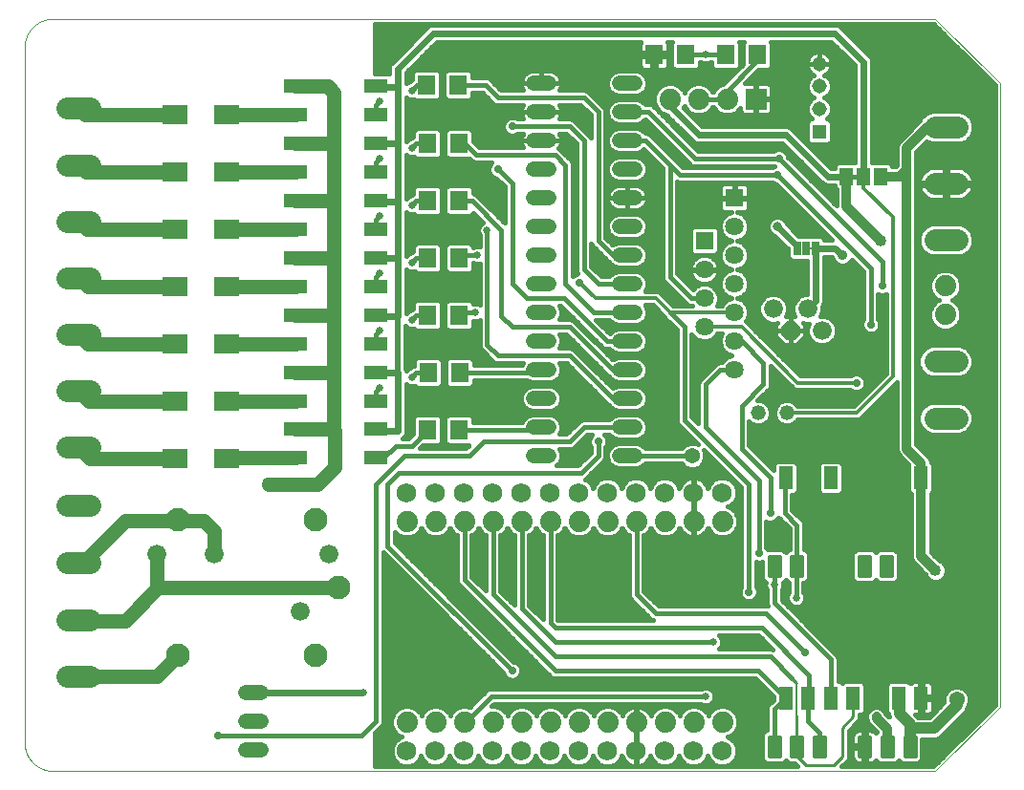
<source format=gbl>
G75*
%MOIN*%
%OFA0B0*%
%FSLAX25Y25*%
%IPPOS*%
%LPD*%
%AMOC8*
5,1,8,0,0,1.08239X$1,22.5*
%
%ADD10C,0.00100*%
%ADD11C,0.07400*%
%ADD12R,0.06299X0.07087*%
%ADD13R,0.08000X0.05000*%
%ADD14C,0.07800*%
%ADD15C,0.06600*%
%ADD16C,0.05200*%
%ADD17C,0.01000*%
%ADD18R,0.05000X0.07874*%
%ADD19C,0.05400*%
%ADD20R,0.06425X0.06425*%
%ADD21C,0.06425*%
%ADD22C,0.05200*%
%ADD23C,0.08268*%
%ADD24R,0.09000X0.06969*%
%ADD25R,0.05150X0.05150*%
%ADD26C,0.05150*%
%ADD27C,0.06900*%
%ADD28OC8,0.06600*%
%ADD29R,0.02500X0.05000*%
%ADD30C,0.00800*%
%ADD31R,0.07400X0.07400*%
%ADD32R,0.04600X0.06300*%
%ADD33C,0.01600*%
%ADD34C,0.05000*%
%ADD35C,0.03200*%
%ADD36C,0.05000*%
%ADD37C,0.02400*%
%ADD38C,0.03600*%
%ADD39C,0.01200*%
%ADD40C,0.04000*%
%ADD41C,0.02600*%
%ADD42C,0.02800*%
%ADD43C,0.03200*%
%ADD44C,0.02500*%
%ADD45C,0.04000*%
%ADD46C,0.02000*%
D10*
X0057595Y0046433D02*
X0057595Y0288933D01*
X0057598Y0289175D01*
X0057607Y0289416D01*
X0057621Y0289657D01*
X0057642Y0289898D01*
X0057668Y0290138D01*
X0057700Y0290378D01*
X0057738Y0290617D01*
X0057781Y0290854D01*
X0057831Y0291091D01*
X0057886Y0291326D01*
X0057946Y0291560D01*
X0058013Y0291792D01*
X0058084Y0292023D01*
X0058162Y0292252D01*
X0058245Y0292479D01*
X0058333Y0292704D01*
X0058427Y0292927D01*
X0058526Y0293147D01*
X0058631Y0293365D01*
X0058740Y0293580D01*
X0058855Y0293793D01*
X0058975Y0294003D01*
X0059100Y0294209D01*
X0059230Y0294413D01*
X0059365Y0294614D01*
X0059505Y0294811D01*
X0059649Y0295005D01*
X0059798Y0295195D01*
X0059952Y0295381D01*
X0060110Y0295564D01*
X0060272Y0295743D01*
X0060439Y0295918D01*
X0060610Y0296089D01*
X0060785Y0296256D01*
X0060964Y0296418D01*
X0061147Y0296576D01*
X0061333Y0296730D01*
X0061523Y0296879D01*
X0061717Y0297023D01*
X0061914Y0297163D01*
X0062115Y0297298D01*
X0062319Y0297428D01*
X0062525Y0297553D01*
X0062735Y0297673D01*
X0062948Y0297788D01*
X0063163Y0297897D01*
X0063381Y0298002D01*
X0063601Y0298101D01*
X0063824Y0298195D01*
X0064049Y0298283D01*
X0064276Y0298366D01*
X0064505Y0298444D01*
X0064736Y0298515D01*
X0064968Y0298582D01*
X0065202Y0298642D01*
X0065437Y0298697D01*
X0065674Y0298747D01*
X0065911Y0298790D01*
X0066150Y0298828D01*
X0066390Y0298860D01*
X0066630Y0298886D01*
X0066871Y0298907D01*
X0067112Y0298921D01*
X0067353Y0298930D01*
X0067595Y0298933D01*
X0375095Y0298933D01*
X0397595Y0276433D01*
X0397595Y0058933D01*
X0375095Y0036433D01*
X0067595Y0036433D01*
X0067353Y0036436D01*
X0067112Y0036445D01*
X0066871Y0036459D01*
X0066630Y0036480D01*
X0066390Y0036506D01*
X0066150Y0036538D01*
X0065911Y0036576D01*
X0065674Y0036619D01*
X0065437Y0036669D01*
X0065202Y0036724D01*
X0064968Y0036784D01*
X0064736Y0036851D01*
X0064505Y0036922D01*
X0064276Y0037000D01*
X0064049Y0037083D01*
X0063824Y0037171D01*
X0063601Y0037265D01*
X0063381Y0037364D01*
X0063163Y0037469D01*
X0062948Y0037578D01*
X0062735Y0037693D01*
X0062525Y0037813D01*
X0062319Y0037938D01*
X0062115Y0038068D01*
X0061914Y0038203D01*
X0061717Y0038343D01*
X0061523Y0038487D01*
X0061333Y0038636D01*
X0061147Y0038790D01*
X0060964Y0038948D01*
X0060785Y0039110D01*
X0060610Y0039277D01*
X0060439Y0039448D01*
X0060272Y0039623D01*
X0060110Y0039802D01*
X0059952Y0039985D01*
X0059798Y0040171D01*
X0059649Y0040361D01*
X0059505Y0040555D01*
X0059365Y0040752D01*
X0059230Y0040953D01*
X0059100Y0041157D01*
X0058975Y0041363D01*
X0058855Y0041573D01*
X0058740Y0041786D01*
X0058631Y0042001D01*
X0058526Y0042219D01*
X0058427Y0042439D01*
X0058333Y0042662D01*
X0058245Y0042887D01*
X0058162Y0043114D01*
X0058084Y0043343D01*
X0058013Y0043574D01*
X0057946Y0043806D01*
X0057886Y0044040D01*
X0057831Y0044275D01*
X0057781Y0044512D01*
X0057738Y0044749D01*
X0057700Y0044988D01*
X0057668Y0045228D01*
X0057642Y0045468D01*
X0057621Y0045709D01*
X0057607Y0045950D01*
X0057598Y0046191D01*
X0057595Y0046433D01*
D11*
X0190883Y0053539D03*
X0200883Y0053539D03*
X0210883Y0053539D03*
X0220883Y0053539D03*
X0230883Y0053539D03*
X0240883Y0053539D03*
X0250883Y0053539D03*
X0260883Y0053539D03*
X0270883Y0053539D03*
X0280883Y0053539D03*
X0290883Y0053539D03*
X0300883Y0053539D03*
X0300883Y0123539D03*
X0290883Y0123539D03*
X0280883Y0123539D03*
X0270883Y0123539D03*
X0260883Y0123539D03*
X0250883Y0123539D03*
X0240883Y0123539D03*
X0230883Y0123539D03*
X0220883Y0123539D03*
X0210883Y0123539D03*
X0200883Y0123539D03*
X0190883Y0123539D03*
X0282595Y0270958D03*
X0292595Y0270908D03*
X0302595Y0270958D03*
X0378595Y0205683D03*
X0378595Y0195683D03*
D12*
X0313107Y0286433D03*
X0302083Y0286433D03*
X0288107Y0286433D03*
X0277083Y0286433D03*
X0208786Y0275813D03*
X0197762Y0275813D03*
X0198087Y0255390D03*
X0209111Y0255390D03*
X0209111Y0235390D03*
X0198087Y0235390D03*
X0198087Y0215390D03*
X0209111Y0215390D03*
X0209111Y0195390D03*
X0198087Y0195390D03*
X0198264Y0175528D03*
X0209288Y0175528D03*
X0209111Y0155390D03*
X0198087Y0155390D03*
D13*
X0180099Y0155705D03*
X0180099Y0165390D03*
X0180099Y0175390D03*
X0180099Y0185390D03*
X0180099Y0195390D03*
X0180099Y0205390D03*
X0180099Y0215390D03*
X0180099Y0225390D03*
X0180099Y0235390D03*
X0180099Y0245390D03*
X0180099Y0255390D03*
X0180099Y0265390D03*
X0180099Y0275390D03*
X0152099Y0275390D03*
X0152099Y0265390D03*
X0152099Y0255390D03*
X0152099Y0245390D03*
X0152099Y0235390D03*
X0152099Y0225390D03*
X0152099Y0215390D03*
X0152099Y0205390D03*
X0152099Y0195390D03*
X0152099Y0185390D03*
X0152099Y0175390D03*
X0152099Y0165390D03*
X0152099Y0155705D03*
X0152099Y0145705D03*
X0180099Y0145705D03*
D14*
X0080294Y0149359D02*
X0072494Y0149359D01*
X0072494Y0169159D02*
X0080294Y0169159D01*
X0080294Y0188859D02*
X0072494Y0188859D01*
X0072494Y0208559D02*
X0080294Y0208559D01*
X0080294Y0228259D02*
X0072494Y0228259D01*
X0072494Y0247959D02*
X0080294Y0247959D01*
X0080294Y0267759D02*
X0072494Y0267759D01*
X0072494Y0129065D02*
X0080294Y0129065D01*
X0080294Y0109265D02*
X0072494Y0109265D01*
X0072455Y0089128D02*
X0080255Y0089128D01*
X0080255Y0069328D02*
X0072455Y0069328D01*
X0374896Y0159565D02*
X0382696Y0159565D01*
X0382696Y0179365D02*
X0374896Y0179365D01*
X0374945Y0221733D02*
X0382745Y0221733D01*
X0382745Y0241433D02*
X0374945Y0241433D01*
X0374945Y0261133D02*
X0382745Y0261133D01*
D15*
X0330595Y0197746D03*
X0335595Y0190120D03*
X0318595Y0197746D03*
X0163745Y0112236D03*
X0153745Y0092236D03*
X0123745Y0112236D03*
X0103745Y0112236D03*
D16*
X0134865Y0063853D02*
X0140065Y0063853D01*
X0140065Y0053853D02*
X0134865Y0053853D01*
X0134865Y0043853D02*
X0140065Y0043853D01*
X0235135Y0146453D02*
X0240335Y0146453D01*
X0240335Y0156453D02*
X0235135Y0156453D01*
X0235135Y0166453D02*
X0240335Y0166453D01*
X0240335Y0176453D02*
X0235135Y0176453D01*
X0235135Y0186453D02*
X0240335Y0186453D01*
X0240335Y0196453D02*
X0235135Y0196453D01*
X0235135Y0206453D02*
X0240335Y0206453D01*
X0240335Y0216453D02*
X0235135Y0216453D01*
X0235135Y0226453D02*
X0240335Y0226453D01*
X0240335Y0236453D02*
X0235135Y0236453D01*
X0235135Y0246453D02*
X0240335Y0246453D01*
X0240335Y0256453D02*
X0235135Y0256453D01*
X0235135Y0266453D02*
X0240335Y0266453D01*
X0240335Y0276453D02*
X0235135Y0276453D01*
X0265135Y0276453D02*
X0270335Y0276453D01*
X0270335Y0266453D02*
X0265135Y0266453D01*
X0265135Y0256453D02*
X0270335Y0256453D01*
X0270335Y0246453D02*
X0265135Y0246453D01*
X0265135Y0236453D02*
X0270335Y0236453D01*
X0270335Y0226453D02*
X0265135Y0226453D01*
X0265135Y0216453D02*
X0270335Y0216453D01*
X0270335Y0206453D02*
X0265135Y0206453D01*
X0265135Y0196453D02*
X0270335Y0196453D01*
X0270335Y0186453D02*
X0265135Y0186453D01*
X0265135Y0176453D02*
X0270335Y0176453D01*
X0270335Y0166453D02*
X0265135Y0166453D01*
X0265135Y0156453D02*
X0270335Y0156453D01*
X0270335Y0146453D02*
X0265135Y0146453D01*
D17*
X0316973Y0111366D02*
X0316973Y0104492D01*
X0316973Y0111366D02*
X0320973Y0111366D01*
X0320973Y0104492D01*
X0316973Y0104492D01*
X0316973Y0105491D02*
X0320973Y0105491D01*
X0320973Y0106490D02*
X0316973Y0106490D01*
X0316973Y0107489D02*
X0320973Y0107489D01*
X0320973Y0108488D02*
X0316973Y0108488D01*
X0316973Y0109487D02*
X0320973Y0109487D01*
X0320973Y0110486D02*
X0316973Y0110486D01*
X0324847Y0111366D02*
X0324847Y0104492D01*
X0324847Y0111366D02*
X0328847Y0111366D01*
X0328847Y0104492D01*
X0324847Y0104492D01*
X0324847Y0105491D02*
X0328847Y0105491D01*
X0328847Y0106490D02*
X0324847Y0106490D01*
X0324847Y0107489D02*
X0328847Y0107489D01*
X0328847Y0108488D02*
X0324847Y0108488D01*
X0324847Y0109487D02*
X0328847Y0109487D01*
X0328847Y0110486D02*
X0324847Y0110486D01*
X0348469Y0111374D02*
X0348469Y0104500D01*
X0348469Y0111374D02*
X0352469Y0111374D01*
X0352469Y0104500D01*
X0348469Y0104500D01*
X0348469Y0105499D02*
X0352469Y0105499D01*
X0352469Y0106498D02*
X0348469Y0106498D01*
X0348469Y0107497D02*
X0352469Y0107497D01*
X0352469Y0108496D02*
X0348469Y0108496D01*
X0348469Y0109495D02*
X0352469Y0109495D01*
X0352469Y0110494D02*
X0348469Y0110494D01*
X0355969Y0111374D02*
X0355969Y0104500D01*
X0355969Y0111374D02*
X0359969Y0111374D01*
X0359969Y0104500D01*
X0355969Y0104500D01*
X0355969Y0105499D02*
X0359969Y0105499D01*
X0359969Y0106498D02*
X0355969Y0106498D01*
X0355969Y0107497D02*
X0359969Y0107497D01*
X0359969Y0108496D02*
X0355969Y0108496D01*
X0355969Y0109495D02*
X0359969Y0109495D01*
X0359969Y0110494D02*
X0355969Y0110494D01*
X0322595Y0071433D02*
X0325095Y0068933D01*
X0326847Y0067181D01*
X0326845Y0055808D02*
X0326847Y0055806D01*
X0326847Y0047056D01*
X0324847Y0048374D02*
X0324847Y0041500D01*
X0324847Y0048374D02*
X0328847Y0048374D01*
X0328847Y0041500D01*
X0324847Y0041500D01*
X0324847Y0042499D02*
X0328847Y0042499D01*
X0328847Y0043498D02*
X0324847Y0043498D01*
X0324847Y0044497D02*
X0328847Y0044497D01*
X0328847Y0045496D02*
X0324847Y0045496D01*
X0324847Y0046495D02*
X0328847Y0046495D01*
X0328847Y0047494D02*
X0324847Y0047494D01*
X0326847Y0041681D02*
X0330095Y0038433D01*
X0339595Y0038433D01*
X0342595Y0041433D01*
X0342595Y0051433D01*
X0346532Y0055370D01*
X0346532Y0061937D01*
X0348469Y0048374D02*
X0348469Y0041500D01*
X0348469Y0048374D02*
X0352469Y0048374D01*
X0352469Y0041500D01*
X0348469Y0041500D01*
X0348469Y0042499D02*
X0352469Y0042499D01*
X0352469Y0043498D02*
X0348469Y0043498D01*
X0348469Y0044497D02*
X0352469Y0044497D01*
X0352469Y0045496D02*
X0348469Y0045496D01*
X0348469Y0046495D02*
X0352469Y0046495D01*
X0352469Y0047494D02*
X0348469Y0047494D01*
X0356343Y0048374D02*
X0356343Y0041500D01*
X0356343Y0048374D02*
X0360343Y0048374D01*
X0360343Y0041500D01*
X0356343Y0041500D01*
X0356343Y0042499D02*
X0360343Y0042499D01*
X0360343Y0043498D02*
X0356343Y0043498D01*
X0356343Y0044497D02*
X0360343Y0044497D01*
X0360343Y0045496D02*
X0356343Y0045496D01*
X0356343Y0046495D02*
X0360343Y0046495D01*
X0360343Y0047494D02*
X0356343Y0047494D01*
X0364217Y0048374D02*
X0364217Y0041500D01*
X0364217Y0048374D02*
X0368217Y0048374D01*
X0368217Y0041500D01*
X0364217Y0041500D01*
X0364217Y0042499D02*
X0368217Y0042499D01*
X0368217Y0043498D02*
X0364217Y0043498D01*
X0364217Y0044497D02*
X0368217Y0044497D01*
X0368217Y0045496D02*
X0364217Y0045496D01*
X0364217Y0046495D02*
X0368217Y0046495D01*
X0368217Y0047494D02*
X0364217Y0047494D01*
X0332721Y0048374D02*
X0332721Y0041500D01*
X0332721Y0048374D02*
X0336721Y0048374D01*
X0336721Y0041500D01*
X0332721Y0041500D01*
X0332721Y0042499D02*
X0336721Y0042499D01*
X0336721Y0043498D02*
X0332721Y0043498D01*
X0332721Y0044497D02*
X0336721Y0044497D01*
X0336721Y0045496D02*
X0332721Y0045496D01*
X0332721Y0046495D02*
X0336721Y0046495D01*
X0336721Y0047494D02*
X0332721Y0047494D01*
X0316973Y0048374D02*
X0316973Y0041500D01*
X0316973Y0048374D02*
X0320973Y0048374D01*
X0320973Y0041500D01*
X0316973Y0041500D01*
X0316973Y0042499D02*
X0320973Y0042499D01*
X0320973Y0043498D02*
X0316973Y0043498D01*
X0316973Y0044497D02*
X0320973Y0044497D01*
X0320973Y0045496D02*
X0316973Y0045496D01*
X0316973Y0046495D02*
X0320973Y0046495D01*
X0320973Y0047494D02*
X0316973Y0047494D01*
D18*
X0322910Y0061937D03*
X0330784Y0061937D03*
X0338658Y0061937D03*
X0346532Y0061937D03*
X0362280Y0061937D03*
X0370154Y0061937D03*
X0370154Y0138709D03*
X0338610Y0138709D03*
X0322910Y0138709D03*
D19*
X0290345Y0146433D03*
X0382595Y0061433D03*
D20*
X0294595Y0221433D03*
X0305095Y0236433D03*
D21*
X0305095Y0226433D03*
X0305095Y0216433D03*
X0294595Y0211433D03*
X0305095Y0206433D03*
X0294595Y0201433D03*
X0305095Y0196433D03*
X0294595Y0191433D03*
X0305095Y0186433D03*
X0305095Y0176433D03*
D22*
X0313345Y0161433D03*
X0323345Y0161433D03*
D23*
X0166985Y0100433D03*
X0159111Y0124055D03*
X0111079Y0124055D03*
X0111079Y0076811D03*
X0159111Y0076811D03*
D24*
X0128135Y0145433D03*
X0110056Y0145433D03*
X0110056Y0165433D03*
X0128135Y0165433D03*
X0128135Y0185433D03*
X0110056Y0185433D03*
X0110056Y0205433D03*
X0128135Y0205433D03*
X0128135Y0225433D03*
X0110056Y0225433D03*
X0110056Y0245433D03*
X0128135Y0245433D03*
X0128135Y0265433D03*
X0110056Y0265433D03*
D25*
X0334595Y0259622D03*
D26*
X0334595Y0267496D03*
X0334595Y0275370D03*
X0334595Y0283244D03*
D27*
X0300845Y0133558D03*
X0290845Y0133558D03*
X0280845Y0133558D03*
X0270845Y0133558D03*
X0260845Y0133558D03*
X0250845Y0133558D03*
X0240845Y0133558D03*
X0230845Y0133558D03*
X0220845Y0133558D03*
X0210845Y0133558D03*
X0200845Y0133558D03*
X0190845Y0133558D03*
X0190845Y0043433D03*
X0200845Y0043433D03*
X0210845Y0043433D03*
X0220845Y0043433D03*
X0230845Y0043433D03*
X0240845Y0043433D03*
X0250845Y0043433D03*
X0260845Y0043433D03*
X0270845Y0043433D03*
X0280845Y0043433D03*
X0290845Y0043433D03*
X0300845Y0043433D03*
D28*
X0324595Y0190120D03*
D29*
X0326895Y0218933D03*
X0330095Y0218933D03*
X0333295Y0218933D03*
D30*
X0332595Y0218933D02*
X0330095Y0218933D01*
X0326847Y0067181D02*
X0326845Y0067179D01*
X0326845Y0055808D01*
D31*
X0312620Y0270908D03*
D32*
X0344095Y0243933D03*
X0350095Y0243933D03*
X0356095Y0243933D03*
D33*
X0360195Y0247333D02*
X0360195Y0247829D01*
X0359141Y0248883D01*
X0353095Y0248883D01*
X0353095Y0284530D01*
X0352638Y0285632D01*
X0342638Y0295632D01*
X0341795Y0296476D01*
X0340692Y0296933D01*
X0199498Y0296933D01*
X0198396Y0296476D01*
X0185896Y0283976D01*
X0185052Y0283132D01*
X0184595Y0282030D01*
X0184595Y0279690D01*
X0179595Y0279690D01*
X0179595Y0297283D01*
X0374412Y0297283D01*
X0395945Y0275750D01*
X0395945Y0059617D01*
X0374412Y0038083D01*
X0342498Y0038083D01*
X0343548Y0039133D01*
X0344895Y0040480D01*
X0344895Y0050480D01*
X0348832Y0054417D01*
X0348832Y0056200D01*
X0349778Y0056200D01*
X0350832Y0057254D01*
X0350832Y0066620D01*
X0349778Y0067674D01*
X0343287Y0067674D01*
X0342595Y0066983D01*
X0341904Y0067674D01*
X0341258Y0067674D01*
X0341258Y0075887D01*
X0340862Y0076843D01*
X0340131Y0077574D01*
X0321573Y0096132D01*
X0321573Y0099649D01*
X0321601Y0099677D01*
X0322073Y0100816D01*
X0322073Y0102050D01*
X0321988Y0102255D01*
X0322910Y0103176D01*
X0323894Y0102192D01*
X0323995Y0102192D01*
X0323995Y0098717D01*
X0323967Y0098689D01*
X0323495Y0097550D01*
X0323495Y0096316D01*
X0323967Y0095177D01*
X0324839Y0094305D01*
X0325979Y0093833D01*
X0327212Y0093833D01*
X0328351Y0094305D01*
X0329223Y0095177D01*
X0329695Y0096316D01*
X0329695Y0097550D01*
X0329223Y0098689D01*
X0329195Y0098717D01*
X0329195Y0102192D01*
X0329800Y0102192D01*
X0331147Y0103539D01*
X0331147Y0112319D01*
X0329800Y0113666D01*
X0329447Y0113666D01*
X0329447Y0122698D01*
X0329051Y0123654D01*
X0325195Y0127510D01*
X0325195Y0132972D01*
X0326156Y0132972D01*
X0327210Y0134026D01*
X0327210Y0143391D01*
X0326156Y0144446D01*
X0319665Y0144446D01*
X0318610Y0143391D01*
X0318610Y0141595D01*
X0310195Y0150010D01*
X0310195Y0158361D01*
X0310853Y0157703D01*
X0312470Y0157033D01*
X0314220Y0157033D01*
X0315838Y0157703D01*
X0317075Y0158941D01*
X0317745Y0160558D01*
X0317745Y0162308D01*
X0317075Y0163925D01*
X0315838Y0165163D01*
X0314220Y0165833D01*
X0313172Y0165833D01*
X0317299Y0169960D01*
X0317695Y0170916D01*
X0317695Y0177939D01*
X0325736Y0169898D01*
X0326618Y0169533D01*
X0345470Y0169533D01*
X0345782Y0169220D01*
X0346959Y0168733D01*
X0348232Y0168733D01*
X0349408Y0169220D01*
X0350308Y0170120D01*
X0350795Y0171297D01*
X0350795Y0172570D01*
X0350308Y0173746D01*
X0349408Y0174646D01*
X0348232Y0175133D01*
X0346959Y0175133D01*
X0345782Y0174646D01*
X0345470Y0174333D01*
X0328089Y0174333D01*
X0309087Y0193336D01*
X0309345Y0193594D01*
X0310108Y0195436D01*
X0310108Y0197430D01*
X0309345Y0199272D01*
X0307935Y0200683D01*
X0306123Y0201433D01*
X0307935Y0202184D01*
X0309345Y0203594D01*
X0310108Y0205436D01*
X0310108Y0207430D01*
X0309345Y0209272D01*
X0307935Y0210683D01*
X0306123Y0211433D01*
X0307935Y0212184D01*
X0309345Y0213594D01*
X0310108Y0215436D01*
X0310108Y0217430D01*
X0309345Y0219272D01*
X0307935Y0220683D01*
X0306123Y0221433D01*
X0307935Y0222184D01*
X0309345Y0223594D01*
X0310108Y0225436D01*
X0310108Y0227430D01*
X0309345Y0229272D01*
X0307935Y0230683D01*
X0306153Y0231420D01*
X0308545Y0231420D01*
X0309003Y0231543D01*
X0309413Y0231780D01*
X0309748Y0232115D01*
X0309985Y0232526D01*
X0310108Y0232983D01*
X0310108Y0236229D01*
X0305299Y0236229D01*
X0305299Y0236637D01*
X0304891Y0236637D01*
X0304891Y0236229D01*
X0300083Y0236229D01*
X0300083Y0232983D01*
X0300205Y0232526D01*
X0300442Y0232115D01*
X0300777Y0231780D01*
X0301188Y0231543D01*
X0301646Y0231420D01*
X0304037Y0231420D01*
X0302256Y0230683D01*
X0300846Y0229272D01*
X0300083Y0227430D01*
X0300083Y0225436D01*
X0300846Y0223594D01*
X0302256Y0222184D01*
X0304068Y0221433D01*
X0302256Y0220683D01*
X0300846Y0219272D01*
X0300083Y0217430D01*
X0300083Y0215436D01*
X0300846Y0213594D01*
X0302256Y0212184D01*
X0304068Y0211433D01*
X0302256Y0210683D01*
X0300846Y0209272D01*
X0300083Y0207430D01*
X0300083Y0205436D01*
X0300846Y0203594D01*
X0302256Y0202184D01*
X0304068Y0201433D01*
X0302256Y0200683D01*
X0300846Y0199272D01*
X0300664Y0198833D01*
X0298944Y0198833D01*
X0299608Y0200436D01*
X0299608Y0202430D01*
X0298845Y0204272D01*
X0297435Y0205683D01*
X0295592Y0206446D01*
X0295149Y0206446D01*
X0295769Y0206544D01*
X0296519Y0206788D01*
X0297222Y0207146D01*
X0297861Y0207610D01*
X0298419Y0208168D01*
X0298882Y0208806D01*
X0299240Y0209509D01*
X0299484Y0210259D01*
X0299608Y0211039D01*
X0299608Y0211229D01*
X0294799Y0211229D01*
X0294799Y0211637D01*
X0299608Y0211637D01*
X0299608Y0211828D01*
X0299484Y0212607D01*
X0299240Y0213357D01*
X0298882Y0214060D01*
X0298419Y0214699D01*
X0297861Y0215256D01*
X0297222Y0215720D01*
X0296519Y0216078D01*
X0295769Y0216322D01*
X0295149Y0216420D01*
X0298553Y0216420D01*
X0299608Y0217475D01*
X0299608Y0225391D01*
X0298553Y0226446D01*
X0290637Y0226446D01*
X0289583Y0225391D01*
X0289583Y0217475D01*
X0290637Y0216420D01*
X0294042Y0216420D01*
X0293421Y0216322D01*
X0292671Y0216078D01*
X0291968Y0215720D01*
X0291330Y0215256D01*
X0290772Y0214699D01*
X0290308Y0214060D01*
X0289950Y0213357D01*
X0289706Y0212607D01*
X0289583Y0211828D01*
X0289583Y0211637D01*
X0294391Y0211637D01*
X0294391Y0211229D01*
X0289583Y0211229D01*
X0289583Y0211039D01*
X0289706Y0210259D01*
X0289950Y0209509D01*
X0290308Y0208806D01*
X0290772Y0208168D01*
X0291330Y0207610D01*
X0291968Y0207146D01*
X0292671Y0206788D01*
X0293421Y0206544D01*
X0294042Y0206446D01*
X0293598Y0206446D01*
X0291756Y0205683D01*
X0290639Y0204566D01*
X0285195Y0210010D01*
X0285195Y0241992D01*
X0285578Y0241833D01*
X0318170Y0241833D01*
X0318282Y0241720D01*
X0319459Y0241233D01*
X0319618Y0241233D01*
X0338918Y0221933D01*
X0336345Y0221933D01*
X0336345Y0222179D01*
X0335291Y0223233D01*
X0327538Y0223233D01*
X0323377Y0227393D01*
X0322978Y0228359D01*
X0322021Y0229315D01*
X0320771Y0229833D01*
X0319419Y0229833D01*
X0318169Y0229315D01*
X0317213Y0228359D01*
X0316695Y0227109D01*
X0316695Y0225757D01*
X0317213Y0224507D01*
X0318169Y0223551D01*
X0319135Y0223151D01*
X0323845Y0218440D01*
X0323845Y0215687D01*
X0324900Y0214633D01*
X0330345Y0214633D01*
X0330345Y0202846D01*
X0329581Y0202846D01*
X0327706Y0202069D01*
X0326272Y0200635D01*
X0325495Y0198760D01*
X0325495Y0196731D01*
X0326121Y0195220D01*
X0324595Y0195220D01*
X0323069Y0195220D01*
X0323695Y0196731D01*
X0323695Y0198760D01*
X0322919Y0200635D01*
X0321484Y0202069D01*
X0319610Y0202846D01*
X0317581Y0202846D01*
X0315706Y0202069D01*
X0314272Y0200635D01*
X0313495Y0198760D01*
X0313495Y0196731D01*
X0314272Y0194857D01*
X0315706Y0193422D01*
X0317581Y0192646D01*
X0319610Y0192646D01*
X0320119Y0192857D01*
X0319495Y0192233D01*
X0319495Y0190121D01*
X0324595Y0190121D01*
X0324595Y0195220D01*
X0324595Y0190121D01*
X0324595Y0190121D01*
X0324595Y0190120D01*
X0324595Y0190120D01*
X0324595Y0185020D01*
X0322483Y0185020D01*
X0319495Y0188008D01*
X0319495Y0190120D01*
X0324595Y0190120D01*
X0324595Y0185020D01*
X0326708Y0185020D01*
X0329695Y0188008D01*
X0329695Y0190120D01*
X0324595Y0190120D01*
X0324595Y0190121D01*
X0329695Y0190121D01*
X0329695Y0192233D01*
X0329071Y0192857D01*
X0329581Y0192646D01*
X0331121Y0192646D01*
X0330495Y0191135D01*
X0330495Y0189106D01*
X0331272Y0187232D01*
X0332706Y0185797D01*
X0334581Y0185020D01*
X0336610Y0185020D01*
X0338484Y0185797D01*
X0339919Y0187232D01*
X0340695Y0189106D01*
X0340695Y0191135D01*
X0339919Y0193009D01*
X0338484Y0194444D01*
X0336610Y0195220D01*
X0335069Y0195220D01*
X0335695Y0196731D01*
X0335695Y0198540D01*
X0335888Y0198734D01*
X0336345Y0199836D01*
X0336345Y0215933D01*
X0338852Y0215933D01*
X0338995Y0215790D01*
X0338995Y0215717D01*
X0339543Y0214394D01*
X0340556Y0213381D01*
X0341879Y0212833D01*
X0343311Y0212833D01*
X0344634Y0213381D01*
X0345647Y0214394D01*
X0345884Y0214967D01*
X0349995Y0210856D01*
X0349995Y0194109D01*
X0349882Y0193996D01*
X0349395Y0192820D01*
X0349395Y0191547D01*
X0349882Y0190370D01*
X0350782Y0189470D01*
X0351959Y0188983D01*
X0353232Y0188983D01*
X0354408Y0189470D01*
X0355308Y0190370D01*
X0355795Y0191547D01*
X0355795Y0192820D01*
X0355308Y0193996D01*
X0355195Y0194109D01*
X0355195Y0202799D01*
X0355959Y0202483D01*
X0357232Y0202483D01*
X0357945Y0202779D01*
X0357945Y0175177D01*
X0346601Y0163833D01*
X0327114Y0163833D01*
X0327075Y0163925D01*
X0325838Y0165163D01*
X0324220Y0165833D01*
X0322470Y0165833D01*
X0320853Y0165163D01*
X0319615Y0163925D01*
X0318945Y0162308D01*
X0318945Y0160558D01*
X0319615Y0158941D01*
X0320853Y0157703D01*
X0322470Y0157033D01*
X0324220Y0157033D01*
X0325838Y0157703D01*
X0327075Y0158941D01*
X0327114Y0159033D01*
X0348073Y0159033D01*
X0348955Y0159398D01*
X0349630Y0160074D01*
X0361695Y0172139D01*
X0361695Y0148257D01*
X0362213Y0147007D01*
X0363169Y0146051D01*
X0365854Y0143366D01*
X0365854Y0134026D01*
X0366754Y0133126D01*
X0366754Y0110757D01*
X0367272Y0109507D01*
X0371533Y0105246D01*
X0371933Y0104281D01*
X0373002Y0103212D01*
X0374398Y0102633D01*
X0375910Y0102633D01*
X0377307Y0103212D01*
X0378376Y0104281D01*
X0378954Y0105677D01*
X0378954Y0107189D01*
X0378376Y0108586D01*
X0377307Y0109655D01*
X0376341Y0110055D01*
X0373554Y0112841D01*
X0373554Y0133126D01*
X0374454Y0134026D01*
X0374454Y0143391D01*
X0373554Y0144291D01*
X0373554Y0144550D01*
X0373037Y0145800D01*
X0368495Y0150341D01*
X0368495Y0252525D01*
X0372109Y0256138D01*
X0373811Y0255433D01*
X0383879Y0255433D01*
X0385974Y0256301D01*
X0387577Y0257904D01*
X0388445Y0259999D01*
X0388445Y0262267D01*
X0387577Y0264362D01*
X0385974Y0265965D01*
X0383879Y0266833D01*
X0373811Y0266833D01*
X0371716Y0265965D01*
X0370113Y0264362D01*
X0369687Y0263333D01*
X0362213Y0255859D01*
X0361695Y0254609D01*
X0361695Y0247841D01*
X0361187Y0247333D01*
X0360195Y0247333D01*
X0360195Y0247437D02*
X0361290Y0247437D01*
X0361695Y0249035D02*
X0353095Y0249035D01*
X0353095Y0250634D02*
X0361695Y0250634D01*
X0361695Y0252232D02*
X0353095Y0252232D01*
X0353095Y0253831D02*
X0361695Y0253831D01*
X0362035Y0255429D02*
X0353095Y0255429D01*
X0353095Y0257028D02*
X0363381Y0257028D01*
X0364980Y0258626D02*
X0353095Y0258626D01*
X0353095Y0260225D02*
X0366578Y0260225D01*
X0368177Y0261823D02*
X0353095Y0261823D01*
X0353095Y0263422D02*
X0369723Y0263422D01*
X0370771Y0265020D02*
X0353095Y0265020D01*
X0353095Y0266619D02*
X0373294Y0266619D01*
X0384396Y0266619D02*
X0395945Y0266619D01*
X0395945Y0268217D02*
X0353095Y0268217D01*
X0353095Y0269816D02*
X0395945Y0269816D01*
X0395945Y0271414D02*
X0353095Y0271414D01*
X0353095Y0273013D02*
X0395945Y0273013D01*
X0395945Y0274611D02*
X0353095Y0274611D01*
X0353095Y0276210D02*
X0395485Y0276210D01*
X0393886Y0277808D02*
X0353095Y0277808D01*
X0353095Y0279407D02*
X0392288Y0279407D01*
X0390689Y0281005D02*
X0353095Y0281005D01*
X0353095Y0282604D02*
X0389091Y0282604D01*
X0387492Y0284202D02*
X0353095Y0284202D01*
X0352470Y0285801D02*
X0385894Y0285801D01*
X0384295Y0287399D02*
X0350871Y0287399D01*
X0349273Y0288998D02*
X0382697Y0288998D01*
X0381098Y0290596D02*
X0347674Y0290596D01*
X0346076Y0292195D02*
X0379500Y0292195D01*
X0377901Y0293793D02*
X0344477Y0293793D01*
X0342879Y0295392D02*
X0376303Y0295392D01*
X0374704Y0296990D02*
X0179595Y0296990D01*
X0179595Y0295392D02*
X0197311Y0295392D01*
X0195713Y0293793D02*
X0179595Y0293793D01*
X0179595Y0292195D02*
X0194114Y0292195D01*
X0192516Y0290596D02*
X0179595Y0290596D01*
X0179595Y0288998D02*
X0190917Y0288998D01*
X0189319Y0287399D02*
X0179595Y0287399D01*
X0179595Y0285801D02*
X0187720Y0285801D01*
X0186122Y0284202D02*
X0179595Y0284202D01*
X0179595Y0282604D02*
X0184833Y0282604D01*
X0184595Y0281005D02*
X0179595Y0281005D01*
X0180099Y0275390D02*
X0180306Y0275183D01*
X0181345Y0270183D02*
X0180095Y0268933D01*
X0180095Y0265394D01*
X0180099Y0265390D01*
X0190565Y0265020D02*
X0230974Y0265020D01*
X0231058Y0264764D02*
X0231372Y0264147D01*
X0231455Y0264033D01*
X0229521Y0264033D01*
X0229408Y0264146D01*
X0228232Y0264633D01*
X0226959Y0264633D01*
X0225782Y0264146D01*
X0224882Y0263246D01*
X0224395Y0262070D01*
X0224395Y0260797D01*
X0224882Y0259620D01*
X0225782Y0258720D01*
X0226959Y0258233D01*
X0228232Y0258233D01*
X0229408Y0258720D01*
X0229521Y0258833D01*
X0231426Y0258833D01*
X0231372Y0258759D01*
X0231058Y0258142D01*
X0230843Y0257483D01*
X0230735Y0256799D01*
X0230735Y0256453D01*
X0230735Y0256107D01*
X0230843Y0255423D01*
X0231058Y0254764D01*
X0231372Y0254147D01*
X0231455Y0254033D01*
X0216172Y0254033D01*
X0214060Y0256145D01*
X0214060Y0259679D01*
X0213006Y0260733D01*
X0205216Y0260733D01*
X0204161Y0259679D01*
X0204161Y0251101D01*
X0205216Y0250046D01*
X0212805Y0250046D01*
X0213622Y0249229D01*
X0214578Y0248833D01*
X0220470Y0248833D01*
X0219882Y0248246D01*
X0219395Y0247070D01*
X0219395Y0245797D01*
X0219882Y0244620D01*
X0220782Y0243720D01*
X0221959Y0243233D01*
X0222118Y0243233D01*
X0224995Y0240356D01*
X0224995Y0227710D01*
X0215111Y0237594D01*
X0214156Y0237990D01*
X0214060Y0237990D01*
X0214060Y0239679D01*
X0213006Y0240733D01*
X0205216Y0240733D01*
X0204161Y0239679D01*
X0204161Y0231101D01*
X0205216Y0230046D01*
X0213006Y0230046D01*
X0214060Y0231101D01*
X0214060Y0231291D01*
X0217446Y0227905D01*
X0217117Y0227769D01*
X0216259Y0226911D01*
X0215795Y0225790D01*
X0215795Y0224576D01*
X0216245Y0223490D01*
X0216245Y0219362D01*
X0215952Y0219483D01*
X0214738Y0219483D01*
X0214060Y0219202D01*
X0214060Y0219679D01*
X0213006Y0220733D01*
X0205216Y0220733D01*
X0204161Y0219679D01*
X0204161Y0211101D01*
X0205216Y0210046D01*
X0213006Y0210046D01*
X0214060Y0211101D01*
X0214060Y0213664D01*
X0214738Y0213383D01*
X0215952Y0213383D01*
X0216245Y0213505D01*
X0216245Y0199154D01*
X0215452Y0199483D01*
X0214238Y0199483D01*
X0214060Y0199409D01*
X0214060Y0199679D01*
X0213006Y0200733D01*
X0205216Y0200733D01*
X0204161Y0199679D01*
X0204161Y0191101D01*
X0205216Y0190046D01*
X0213006Y0190046D01*
X0214060Y0191101D01*
X0214060Y0193457D01*
X0214238Y0193383D01*
X0215452Y0193383D01*
X0216245Y0193712D01*
X0216245Y0184666D01*
X0216641Y0183710D01*
X0221122Y0179229D01*
X0222078Y0178833D01*
X0231358Y0178833D01*
X0231066Y0178128D01*
X0214238Y0178128D01*
X0214238Y0179816D01*
X0213183Y0180871D01*
X0205393Y0180871D01*
X0204338Y0179816D01*
X0204338Y0171239D01*
X0205393Y0170184D01*
X0213183Y0170184D01*
X0214238Y0171239D01*
X0214238Y0172928D01*
X0232438Y0172928D01*
X0232643Y0172723D01*
X0234260Y0172053D01*
X0241210Y0172053D01*
X0242828Y0172723D01*
X0244065Y0173961D01*
X0244735Y0175578D01*
X0244735Y0177328D01*
X0244112Y0178833D01*
X0246518Y0178833D01*
X0261102Y0164249D01*
X0261324Y0164157D01*
X0261405Y0163961D01*
X0262643Y0162723D01*
X0264260Y0162053D01*
X0271210Y0162053D01*
X0272828Y0162723D01*
X0274065Y0163961D01*
X0274735Y0165578D01*
X0274735Y0167328D01*
X0274065Y0168945D01*
X0272828Y0170183D01*
X0271210Y0170853D01*
X0264260Y0170853D01*
X0262643Y0170183D01*
X0262582Y0170123D01*
X0249799Y0182906D01*
X0249068Y0183637D01*
X0248112Y0184033D01*
X0244095Y0184033D01*
X0244735Y0185578D01*
X0244735Y0187328D01*
X0244112Y0188833D01*
X0246518Y0188833D01*
X0261102Y0174249D01*
X0261324Y0174157D01*
X0261405Y0173961D01*
X0262643Y0172723D01*
X0264260Y0172053D01*
X0271210Y0172053D01*
X0272828Y0172723D01*
X0274065Y0173961D01*
X0274735Y0175578D01*
X0274735Y0177328D01*
X0274065Y0178945D01*
X0272828Y0180183D01*
X0271210Y0180853D01*
X0264260Y0180853D01*
X0262643Y0180183D01*
X0262582Y0180123D01*
X0249799Y0192906D01*
X0249068Y0193637D01*
X0248112Y0194033D01*
X0244095Y0194033D01*
X0244735Y0195578D01*
X0244735Y0197328D01*
X0244112Y0198833D01*
X0244518Y0198833D01*
X0259102Y0184249D01*
X0260058Y0183853D01*
X0261513Y0183853D01*
X0262643Y0182723D01*
X0264260Y0182053D01*
X0271210Y0182053D01*
X0272828Y0182723D01*
X0274065Y0183961D01*
X0274735Y0185578D01*
X0274735Y0187328D01*
X0274065Y0188945D01*
X0272828Y0190183D01*
X0271210Y0190853D01*
X0264260Y0190853D01*
X0262643Y0190183D01*
X0261582Y0189123D01*
X0256852Y0193853D01*
X0261513Y0193853D01*
X0262643Y0192723D01*
X0264260Y0192053D01*
X0271210Y0192053D01*
X0272828Y0192723D01*
X0274065Y0193961D01*
X0274735Y0195578D01*
X0274735Y0197328D01*
X0274065Y0198945D01*
X0273978Y0199033D01*
X0276601Y0199033D01*
X0280191Y0195443D01*
X0280391Y0194960D01*
X0284995Y0190356D01*
X0284995Y0158416D01*
X0285391Y0157460D01*
X0286122Y0156729D01*
X0292398Y0150454D01*
X0291240Y0150933D01*
X0289450Y0150933D01*
X0287796Y0150248D01*
X0286582Y0149034D01*
X0273960Y0149051D01*
X0272828Y0150183D01*
X0271210Y0150853D01*
X0264260Y0150853D01*
X0262643Y0150183D01*
X0261405Y0148945D01*
X0260735Y0147328D01*
X0260735Y0145578D01*
X0261405Y0143961D01*
X0262643Y0142723D01*
X0264260Y0142053D01*
X0271210Y0142053D01*
X0272828Y0142723D01*
X0273956Y0143851D01*
X0286576Y0143834D01*
X0286578Y0143833D01*
X0286581Y0143833D01*
X0287796Y0142618D01*
X0289450Y0141933D01*
X0291240Y0141933D01*
X0292894Y0142618D01*
X0294160Y0143884D01*
X0294845Y0145538D01*
X0294845Y0147328D01*
X0294366Y0148486D01*
X0307495Y0135356D01*
X0307495Y0100859D01*
X0307382Y0100746D01*
X0306895Y0099570D01*
X0306895Y0098297D01*
X0307382Y0097120D01*
X0308282Y0096220D01*
X0309459Y0095733D01*
X0310732Y0095733D01*
X0311908Y0096220D01*
X0312808Y0097120D01*
X0313295Y0098297D01*
X0313295Y0099570D01*
X0312808Y0100746D01*
X0312695Y0100859D01*
X0312695Y0109342D01*
X0312959Y0109233D01*
X0314232Y0109233D01*
X0314673Y0109416D01*
X0314673Y0103539D01*
X0315958Y0102255D01*
X0315873Y0102050D01*
X0315873Y0100816D01*
X0316345Y0099677D01*
X0316373Y0099649D01*
X0316373Y0094538D01*
X0316582Y0094033D01*
X0278672Y0094033D01*
X0273483Y0099223D01*
X0273483Y0118663D01*
X0273998Y0118877D01*
X0275545Y0120424D01*
X0275883Y0121238D01*
X0276220Y0120424D01*
X0277767Y0118877D01*
X0279789Y0118039D01*
X0281977Y0118039D01*
X0283998Y0118877D01*
X0285545Y0120424D01*
X0285882Y0121238D01*
X0286179Y0120657D01*
X0286687Y0119956D01*
X0287300Y0119344D01*
X0288000Y0118835D01*
X0288771Y0118442D01*
X0289595Y0118175D01*
X0290450Y0118039D01*
X0290683Y0118039D01*
X0290683Y0123339D01*
X0291083Y0123339D01*
X0291083Y0118039D01*
X0291315Y0118039D01*
X0292170Y0118175D01*
X0292994Y0118442D01*
X0293765Y0118835D01*
X0294466Y0119344D01*
X0295078Y0119956D01*
X0295587Y0120657D01*
X0295883Y0121238D01*
X0296220Y0120424D01*
X0297767Y0118877D01*
X0299789Y0118039D01*
X0301977Y0118039D01*
X0303998Y0118877D01*
X0305545Y0120424D01*
X0306383Y0122445D01*
X0306383Y0124633D01*
X0305545Y0126655D01*
X0303998Y0128202D01*
X0302816Y0128692D01*
X0303819Y0129107D01*
X0305296Y0130584D01*
X0306095Y0132514D01*
X0306095Y0134602D01*
X0305296Y0136532D01*
X0303819Y0138009D01*
X0301889Y0138808D01*
X0299801Y0138808D01*
X0297871Y0138009D01*
X0296394Y0136532D01*
X0295837Y0135185D01*
X0295710Y0135573D01*
X0295335Y0136310D01*
X0294850Y0136978D01*
X0294265Y0137563D01*
X0293597Y0138048D01*
X0292860Y0138423D01*
X0292075Y0138679D01*
X0291258Y0138808D01*
X0290920Y0138808D01*
X0290920Y0133633D01*
X0290770Y0133633D01*
X0290770Y0138808D01*
X0290432Y0138808D01*
X0289616Y0138679D01*
X0288830Y0138423D01*
X0288094Y0138048D01*
X0287425Y0137563D01*
X0286841Y0136978D01*
X0286355Y0136310D01*
X0285980Y0135573D01*
X0285854Y0135185D01*
X0285296Y0136532D01*
X0283819Y0138009D01*
X0281889Y0138808D01*
X0279801Y0138808D01*
X0277871Y0138009D01*
X0276394Y0136532D01*
X0275845Y0135206D01*
X0275296Y0136532D01*
X0273819Y0138009D01*
X0271889Y0138808D01*
X0269801Y0138808D01*
X0267871Y0138009D01*
X0266394Y0136532D01*
X0265845Y0135206D01*
X0265296Y0136532D01*
X0263819Y0138009D01*
X0261889Y0138808D01*
X0259801Y0138808D01*
X0257871Y0138009D01*
X0256394Y0136532D01*
X0255845Y0135206D01*
X0255296Y0136532D01*
X0253819Y0138009D01*
X0253132Y0138293D01*
X0253799Y0138960D01*
X0259799Y0144960D01*
X0260195Y0145916D01*
X0260195Y0149508D01*
X0260308Y0149620D01*
X0260795Y0150797D01*
X0260795Y0152070D01*
X0260308Y0153246D01*
X0259721Y0153833D01*
X0261533Y0153833D01*
X0262643Y0152723D01*
X0264260Y0152053D01*
X0271210Y0152053D01*
X0272828Y0152723D01*
X0274065Y0153961D01*
X0274735Y0155578D01*
X0274735Y0157328D01*
X0274065Y0158945D01*
X0272828Y0160183D01*
X0271210Y0160853D01*
X0264260Y0160853D01*
X0262643Y0160183D01*
X0261493Y0159033D01*
X0252078Y0159033D01*
X0251122Y0158637D01*
X0246518Y0154033D01*
X0244095Y0154033D01*
X0244735Y0155578D01*
X0244735Y0157328D01*
X0244065Y0158945D01*
X0242828Y0160183D01*
X0241210Y0160853D01*
X0234260Y0160853D01*
X0232643Y0160183D01*
X0231405Y0158945D01*
X0231009Y0157990D01*
X0214060Y0157990D01*
X0214060Y0159679D01*
X0213006Y0160733D01*
X0205216Y0160733D01*
X0204161Y0159679D01*
X0204161Y0151101D01*
X0205216Y0150046D01*
X0212532Y0150046D01*
X0211518Y0149033D01*
X0195407Y0149033D01*
X0196421Y0150046D01*
X0201982Y0150046D01*
X0203037Y0151101D01*
X0203037Y0159679D01*
X0201982Y0160733D01*
X0194192Y0160733D01*
X0193138Y0159679D01*
X0193138Y0154117D01*
X0191514Y0152493D01*
X0189401Y0152493D01*
X0190278Y0153370D01*
X0190765Y0154547D01*
X0190765Y0155820D01*
X0190565Y0156302D01*
X0190565Y0171579D01*
X0190839Y0171305D01*
X0191979Y0170833D01*
X0193212Y0170833D01*
X0193571Y0170982D01*
X0194369Y0170184D01*
X0202160Y0170184D01*
X0203214Y0171239D01*
X0203214Y0179816D01*
X0202160Y0180871D01*
X0194369Y0180871D01*
X0193315Y0179816D01*
X0193315Y0177979D01*
X0192717Y0177732D01*
X0192018Y0177033D01*
X0191979Y0177033D01*
X0190839Y0176561D01*
X0190570Y0176292D01*
X0190365Y0176785D01*
X0190365Y0191779D01*
X0190839Y0191305D01*
X0191979Y0190833D01*
X0193212Y0190833D01*
X0193349Y0190890D01*
X0194192Y0190046D01*
X0201982Y0190046D01*
X0203037Y0191101D01*
X0203037Y0199679D01*
X0201982Y0200733D01*
X0194192Y0200733D01*
X0193138Y0199679D01*
X0193138Y0197825D01*
X0192579Y0197594D01*
X0192018Y0197033D01*
X0191979Y0197033D01*
X0190839Y0196561D01*
X0190570Y0196292D01*
X0190565Y0196302D01*
X0190565Y0211579D01*
X0190839Y0211305D01*
X0191979Y0210833D01*
X0193212Y0210833D01*
X0193349Y0210890D01*
X0194192Y0210046D01*
X0201982Y0210046D01*
X0203037Y0211101D01*
X0203037Y0219679D01*
X0201982Y0220733D01*
X0194192Y0220733D01*
X0193138Y0219679D01*
X0193138Y0217825D01*
X0192579Y0217594D01*
X0192018Y0217033D01*
X0191979Y0217033D01*
X0190839Y0216561D01*
X0190570Y0216292D01*
X0190565Y0216302D01*
X0190565Y0231579D01*
X0190839Y0231305D01*
X0191979Y0230833D01*
X0193212Y0230833D01*
X0193349Y0230890D01*
X0194192Y0230046D01*
X0201982Y0230046D01*
X0203037Y0231101D01*
X0203037Y0239679D01*
X0201982Y0240733D01*
X0194192Y0240733D01*
X0193138Y0239679D01*
X0193138Y0237825D01*
X0192579Y0237594D01*
X0192018Y0237033D01*
X0191979Y0237033D01*
X0190839Y0236561D01*
X0190570Y0236292D01*
X0190565Y0236302D01*
X0190565Y0251579D01*
X0190839Y0251305D01*
X0191979Y0250833D01*
X0193212Y0250833D01*
X0193349Y0250890D01*
X0194192Y0250046D01*
X0201982Y0250046D01*
X0203037Y0251101D01*
X0203037Y0259679D01*
X0201982Y0260733D01*
X0194192Y0260733D01*
X0193138Y0259679D01*
X0193138Y0257825D01*
X0192579Y0257594D01*
X0192018Y0257033D01*
X0191979Y0257033D01*
X0190839Y0256561D01*
X0190570Y0256292D01*
X0190565Y0256302D01*
X0190565Y0271579D01*
X0190839Y0271305D01*
X0191979Y0270833D01*
X0193212Y0270833D01*
X0193418Y0270919D01*
X0193867Y0270470D01*
X0201658Y0270470D01*
X0202712Y0271524D01*
X0202712Y0280102D01*
X0201658Y0281156D01*
X0193867Y0281156D01*
X0192813Y0280102D01*
X0192813Y0277828D01*
X0192018Y0277033D01*
X0191979Y0277033D01*
X0190839Y0276561D01*
X0190595Y0276317D01*
X0190595Y0280190D01*
X0201338Y0290933D01*
X0272408Y0290933D01*
X0272256Y0290671D01*
X0272134Y0290213D01*
X0272134Y0287208D01*
X0276308Y0287208D01*
X0276308Y0285658D01*
X0272134Y0285658D01*
X0272134Y0282653D01*
X0272256Y0282195D01*
X0272493Y0281785D01*
X0272828Y0281449D01*
X0273239Y0281212D01*
X0273697Y0281090D01*
X0276309Y0281090D01*
X0276309Y0285658D01*
X0277858Y0285658D01*
X0277858Y0281090D01*
X0280470Y0281090D01*
X0280928Y0281212D01*
X0281338Y0281449D01*
X0281673Y0281785D01*
X0281910Y0282195D01*
X0282033Y0282653D01*
X0282033Y0285658D01*
X0277858Y0285658D01*
X0277858Y0287208D01*
X0282033Y0287208D01*
X0282033Y0290213D01*
X0281910Y0290671D01*
X0281759Y0290933D01*
X0283368Y0290933D01*
X0283157Y0290722D01*
X0283157Y0282144D01*
X0284212Y0281090D01*
X0292002Y0281090D01*
X0293057Y0282144D01*
X0293057Y0283833D01*
X0293311Y0283833D01*
X0293339Y0283805D01*
X0294479Y0283333D01*
X0295712Y0283333D01*
X0296851Y0283805D01*
X0296879Y0283833D01*
X0297134Y0283833D01*
X0297134Y0282144D01*
X0298188Y0281090D01*
X0305979Y0281090D01*
X0307033Y0282144D01*
X0307033Y0290722D01*
X0306822Y0290933D01*
X0308368Y0290933D01*
X0308157Y0290722D01*
X0308157Y0283172D01*
X0301402Y0276417D01*
X0299480Y0275621D01*
X0297932Y0274074D01*
X0297698Y0273508D01*
X0297471Y0273508D01*
X0297258Y0274024D01*
X0295711Y0275571D01*
X0293689Y0276408D01*
X0291501Y0276408D01*
X0289480Y0275571D01*
X0287932Y0274024D01*
X0287605Y0273234D01*
X0287258Y0274074D01*
X0285711Y0275621D01*
X0283689Y0276458D01*
X0281501Y0276458D01*
X0279480Y0275621D01*
X0277932Y0274074D01*
X0277095Y0272052D01*
X0277095Y0269864D01*
X0277932Y0267843D01*
X0279480Y0266295D01*
X0281205Y0265581D01*
X0290896Y0255890D01*
X0291998Y0255433D01*
X0321852Y0255433D01*
X0335052Y0242234D01*
X0335896Y0241390D01*
X0336998Y0240933D01*
X0339995Y0240933D01*
X0339995Y0240037D01*
X0340695Y0239337D01*
X0340695Y0233760D01*
X0323795Y0250660D01*
X0323795Y0250820D01*
X0323308Y0251996D01*
X0322408Y0252896D01*
X0321232Y0253383D01*
X0319959Y0253383D01*
X0318782Y0252896D01*
X0318670Y0252783D01*
X0292422Y0252783D01*
X0276548Y0268657D01*
X0275592Y0269053D01*
X0273958Y0269053D01*
X0272828Y0270183D01*
X0271210Y0270853D01*
X0264260Y0270853D01*
X0262643Y0270183D01*
X0261405Y0268945D01*
X0260735Y0267328D01*
X0260735Y0265578D01*
X0261405Y0263961D01*
X0262643Y0262723D01*
X0264260Y0262053D01*
X0271210Y0262053D01*
X0272828Y0262723D01*
X0273958Y0263853D01*
X0273998Y0263853D01*
X0289141Y0248710D01*
X0289872Y0247979D01*
X0290828Y0247583D01*
X0318670Y0247583D01*
X0318782Y0247470D01*
X0318924Y0247412D01*
X0318282Y0247146D01*
X0318170Y0247033D01*
X0287172Y0247033D01*
X0284799Y0249406D01*
X0276299Y0257906D01*
X0275568Y0258637D01*
X0274612Y0259033D01*
X0273978Y0259033D01*
X0272828Y0260183D01*
X0271210Y0260853D01*
X0264260Y0260853D01*
X0262643Y0260183D01*
X0261405Y0258945D01*
X0260735Y0257328D01*
X0260735Y0255578D01*
X0261405Y0253961D01*
X0262643Y0252723D01*
X0264260Y0252053D01*
X0271210Y0252053D01*
X0272828Y0252723D01*
X0273478Y0253373D01*
X0279995Y0246856D01*
X0279995Y0208416D01*
X0280391Y0207460D01*
X0281122Y0206729D01*
X0281122Y0206729D01*
X0288622Y0199229D01*
X0289578Y0198833D01*
X0290246Y0198833D01*
X0283595Y0198833D01*
X0283585Y0198837D01*
X0279630Y0202793D01*
X0278955Y0203468D01*
X0278073Y0203833D01*
X0273938Y0203833D01*
X0274065Y0203961D01*
X0274735Y0205578D01*
X0274735Y0207328D01*
X0274065Y0208945D01*
X0272828Y0210183D01*
X0271210Y0210853D01*
X0264260Y0210853D01*
X0262643Y0210183D01*
X0261513Y0209053D01*
X0258652Y0209053D01*
X0255195Y0212510D01*
X0255195Y0220433D01*
X0255391Y0219960D01*
X0256122Y0219229D01*
X0261102Y0214249D01*
X0261324Y0214157D01*
X0261405Y0213961D01*
X0262643Y0212723D01*
X0264260Y0212053D01*
X0271210Y0212053D01*
X0272828Y0212723D01*
X0274065Y0213961D01*
X0274735Y0215578D01*
X0274735Y0217328D01*
X0274065Y0218945D01*
X0272828Y0220183D01*
X0271210Y0220853D01*
X0264260Y0220853D01*
X0262643Y0220183D01*
X0262582Y0220123D01*
X0260195Y0222510D01*
X0260195Y0266950D01*
X0259799Y0267906D01*
X0254799Y0272906D01*
X0254068Y0273637D01*
X0253112Y0274033D01*
X0244016Y0274033D01*
X0244098Y0274147D01*
X0244413Y0274764D01*
X0244627Y0275423D01*
X0244735Y0276107D01*
X0244735Y0276453D01*
X0237735Y0276453D01*
X0230735Y0276453D01*
X0230735Y0276107D01*
X0230843Y0275423D01*
X0231058Y0274764D01*
X0231372Y0274147D01*
X0231455Y0274033D01*
X0223672Y0274033D01*
X0219688Y0278017D01*
X0218732Y0278413D01*
X0213736Y0278413D01*
X0213736Y0280102D01*
X0212681Y0281156D01*
X0204891Y0281156D01*
X0203836Y0280102D01*
X0203836Y0271524D01*
X0204891Y0270470D01*
X0212681Y0270470D01*
X0213736Y0271524D01*
X0213736Y0273213D01*
X0217138Y0273213D01*
X0221122Y0269229D01*
X0222078Y0268833D01*
X0231426Y0268833D01*
X0231372Y0268759D01*
X0231058Y0268142D01*
X0230843Y0267483D01*
X0230735Y0266799D01*
X0230735Y0266453D01*
X0230735Y0266107D01*
X0230843Y0265423D01*
X0231058Y0264764D01*
X0230735Y0266453D02*
X0237735Y0266453D01*
X0237735Y0266453D01*
X0230735Y0266453D01*
X0230735Y0266619D02*
X0190565Y0266619D01*
X0190565Y0268217D02*
X0231096Y0268217D01*
X0225058Y0263422D02*
X0190565Y0263422D01*
X0190565Y0261823D02*
X0224395Y0261823D01*
X0224632Y0260225D02*
X0213514Y0260225D01*
X0214060Y0258626D02*
X0226010Y0258626D01*
X0229181Y0258626D02*
X0231304Y0258626D01*
X0230771Y0257028D02*
X0214060Y0257028D01*
X0214776Y0255429D02*
X0230842Y0255429D01*
X0230735Y0256453D02*
X0237735Y0256453D01*
X0237735Y0256453D01*
X0230735Y0256453D01*
X0227595Y0261433D02*
X0247595Y0261433D01*
X0252595Y0256433D01*
X0252595Y0211433D01*
X0257575Y0206453D01*
X0267735Y0206453D01*
X0263820Y0210671D02*
X0257034Y0210671D01*
X0255436Y0212269D02*
X0263738Y0212269D01*
X0261498Y0213868D02*
X0255195Y0213868D01*
X0255195Y0215466D02*
X0259885Y0215466D01*
X0258286Y0217065D02*
X0255195Y0217065D01*
X0255195Y0218663D02*
X0256688Y0218663D01*
X0255266Y0220262D02*
X0255195Y0220262D01*
X0257595Y0221433D02*
X0257595Y0266433D01*
X0252595Y0271433D01*
X0222595Y0271433D01*
X0218215Y0275813D01*
X0208786Y0275813D01*
X0203836Y0276210D02*
X0202712Y0276210D01*
X0202712Y0277808D02*
X0203836Y0277808D01*
X0203836Y0279407D02*
X0202712Y0279407D01*
X0201809Y0281005D02*
X0204740Y0281005D01*
X0203836Y0274611D02*
X0202712Y0274611D01*
X0202712Y0273013D02*
X0203836Y0273013D01*
X0203946Y0271414D02*
X0202602Y0271414D01*
X0197762Y0275813D02*
X0194475Y0275813D01*
X0192595Y0273933D01*
X0190730Y0271414D02*
X0190565Y0271414D01*
X0190565Y0269816D02*
X0220536Y0269816D01*
X0218937Y0271414D02*
X0213626Y0271414D01*
X0213736Y0273013D02*
X0217339Y0273013D01*
X0221495Y0276210D02*
X0230735Y0276210D01*
X0230735Y0276453D02*
X0237735Y0276453D01*
X0237735Y0276453D01*
X0237735Y0280853D01*
X0234789Y0280853D01*
X0234105Y0280745D01*
X0233446Y0280531D01*
X0232829Y0280216D01*
X0232269Y0279809D01*
X0231779Y0279319D01*
X0231372Y0278759D01*
X0231058Y0278142D01*
X0230843Y0277483D01*
X0230735Y0276799D01*
X0230735Y0276453D01*
X0230949Y0277808D02*
X0219897Y0277808D01*
X0223094Y0274611D02*
X0231135Y0274611D01*
X0231866Y0279407D02*
X0213736Y0279407D01*
X0212832Y0281005D02*
X0305990Y0281005D01*
X0307033Y0282604D02*
X0307589Y0282604D01*
X0307033Y0284202D02*
X0308157Y0284202D01*
X0308157Y0285801D02*
X0307033Y0285801D01*
X0307033Y0287399D02*
X0308157Y0287399D01*
X0308157Y0288998D02*
X0307033Y0288998D01*
X0307033Y0290596D02*
X0308157Y0290596D01*
X0313107Y0286433D02*
X0315095Y0286433D01*
X0299570Y0270908D01*
X0292595Y0270908D01*
X0302545Y0270908D01*
X0302595Y0270958D01*
X0298470Y0274611D02*
X0296670Y0274611D01*
X0294168Y0276210D02*
X0300902Y0276210D01*
X0302793Y0277808D02*
X0274536Y0277808D01*
X0274735Y0277328D02*
X0274065Y0278945D01*
X0272828Y0280183D01*
X0271210Y0280853D01*
X0264260Y0280853D01*
X0262643Y0280183D01*
X0261405Y0278945D01*
X0260735Y0277328D01*
X0260735Y0275578D01*
X0261405Y0273961D01*
X0262643Y0272723D01*
X0264260Y0272053D01*
X0271210Y0272053D01*
X0272828Y0272723D01*
X0274065Y0273961D01*
X0274735Y0275578D01*
X0274735Y0277328D01*
X0274735Y0276210D02*
X0280902Y0276210D01*
X0278470Y0274611D02*
X0274335Y0274611D01*
X0273117Y0273013D02*
X0277493Y0273013D01*
X0277095Y0271414D02*
X0256291Y0271414D01*
X0257889Y0269816D02*
X0262275Y0269816D01*
X0261103Y0268217D02*
X0259488Y0268217D01*
X0260195Y0266619D02*
X0260735Y0266619D01*
X0260966Y0265020D02*
X0260195Y0265020D01*
X0260195Y0263422D02*
X0261944Y0263422D01*
X0260195Y0261823D02*
X0276028Y0261823D01*
X0277627Y0260225D02*
X0272727Y0260225D01*
X0275579Y0258626D02*
X0279225Y0258626D01*
X0280824Y0257028D02*
X0277178Y0257028D01*
X0278776Y0255429D02*
X0282422Y0255429D01*
X0284021Y0253831D02*
X0280375Y0253831D01*
X0281973Y0252232D02*
X0285619Y0252232D01*
X0287218Y0250634D02*
X0283572Y0250634D01*
X0285170Y0249035D02*
X0288816Y0249035D01*
X0286769Y0247437D02*
X0318864Y0247437D01*
X0320595Y0250183D02*
X0291345Y0250183D01*
X0275075Y0266453D01*
X0267735Y0266453D01*
X0273195Y0269816D02*
X0277115Y0269816D01*
X0276988Y0268217D02*
X0277777Y0268217D01*
X0278586Y0266619D02*
X0279156Y0266619D01*
X0280185Y0265020D02*
X0281765Y0265020D01*
X0281783Y0263422D02*
X0283364Y0263422D01*
X0283382Y0261823D02*
X0284962Y0261823D01*
X0284980Y0260225D02*
X0286561Y0260225D01*
X0286579Y0258626D02*
X0288159Y0258626D01*
X0288178Y0257028D02*
X0289758Y0257028D01*
X0289776Y0255429D02*
X0321856Y0255429D01*
X0323455Y0253831D02*
X0291375Y0253831D01*
X0293838Y0261433D02*
X0287308Y0267963D01*
X0287585Y0268632D01*
X0287932Y0267793D01*
X0289480Y0266245D01*
X0291501Y0265408D01*
X0293689Y0265408D01*
X0295711Y0266245D01*
X0297258Y0267793D01*
X0297471Y0268308D01*
X0297740Y0268308D01*
X0297932Y0267843D01*
X0299480Y0266295D01*
X0301501Y0265458D01*
X0303689Y0265458D01*
X0305711Y0266295D01*
X0307120Y0267705D01*
X0307120Y0266971D01*
X0307243Y0266513D01*
X0307480Y0266103D01*
X0307815Y0265768D01*
X0308225Y0265531D01*
X0308683Y0265408D01*
X0312534Y0265408D01*
X0312534Y0270822D01*
X0312706Y0270822D01*
X0312706Y0265408D01*
X0316557Y0265408D01*
X0317015Y0265531D01*
X0317425Y0265768D01*
X0317760Y0266103D01*
X0317997Y0266513D01*
X0318120Y0266971D01*
X0318120Y0270822D01*
X0312706Y0270822D01*
X0312706Y0270994D01*
X0312534Y0270994D01*
X0312534Y0276408D01*
X0308747Y0276408D01*
X0313429Y0281090D01*
X0317002Y0281090D01*
X0318057Y0282144D01*
X0318057Y0290722D01*
X0317845Y0290933D01*
X0338852Y0290933D01*
X0347095Y0282690D01*
X0347095Y0248883D01*
X0341050Y0248883D01*
X0339995Y0247829D01*
X0339995Y0246933D01*
X0338838Y0246933D01*
X0324795Y0260976D01*
X0323692Y0261433D01*
X0293838Y0261433D01*
X0293448Y0261823D02*
X0330220Y0261823D01*
X0330220Y0262942D02*
X0330220Y0256302D01*
X0331275Y0255247D01*
X0337916Y0255247D01*
X0338970Y0256302D01*
X0338970Y0262942D01*
X0337916Y0263997D01*
X0337283Y0263997D01*
X0338304Y0265018D01*
X0338970Y0266626D01*
X0338970Y0268366D01*
X0338304Y0269974D01*
X0337073Y0271205D01*
X0336522Y0271433D01*
X0337073Y0271661D01*
X0338304Y0272892D01*
X0338970Y0274500D01*
X0338970Y0276240D01*
X0338304Y0277848D01*
X0337073Y0279079D01*
X0336513Y0279311D01*
X0336888Y0279502D01*
X0337445Y0279907D01*
X0337932Y0280394D01*
X0338337Y0280951D01*
X0338649Y0281565D01*
X0338862Y0282220D01*
X0338970Y0282900D01*
X0338970Y0283244D01*
X0334595Y0283244D01*
X0330220Y0283244D01*
X0330220Y0282900D01*
X0330328Y0282220D01*
X0330541Y0281565D01*
X0330853Y0280951D01*
X0331258Y0280394D01*
X0331745Y0279907D01*
X0332302Y0279502D01*
X0332678Y0279311D01*
X0332117Y0279079D01*
X0330886Y0277848D01*
X0330220Y0276240D01*
X0330220Y0274500D01*
X0330886Y0272892D01*
X0332117Y0271661D01*
X0332668Y0271433D01*
X0332117Y0271205D01*
X0330886Y0269974D01*
X0330220Y0268366D01*
X0330220Y0266626D01*
X0330886Y0265018D01*
X0331907Y0263997D01*
X0331275Y0263997D01*
X0330220Y0262942D01*
X0330700Y0263422D02*
X0291849Y0263422D01*
X0290251Y0265020D02*
X0330885Y0265020D01*
X0330223Y0266619D02*
X0318026Y0266619D01*
X0318120Y0268217D02*
X0330220Y0268217D01*
X0330821Y0269816D02*
X0318120Y0269816D01*
X0318120Y0270994D02*
X0318120Y0274845D01*
X0317997Y0275303D01*
X0317760Y0275713D01*
X0317425Y0276048D01*
X0317015Y0276285D01*
X0316557Y0276408D01*
X0312706Y0276408D01*
X0312706Y0270994D01*
X0318120Y0270994D01*
X0318120Y0271414D02*
X0332623Y0271414D01*
X0330836Y0273013D02*
X0318120Y0273013D01*
X0318120Y0274611D02*
X0330220Y0274611D01*
X0330220Y0276210D02*
X0317146Y0276210D01*
X0312706Y0276210D02*
X0312534Y0276210D01*
X0312534Y0274611D02*
X0312706Y0274611D01*
X0312706Y0273013D02*
X0312534Y0273013D01*
X0312534Y0271414D02*
X0312706Y0271414D01*
X0312706Y0269816D02*
X0312534Y0269816D01*
X0312534Y0268217D02*
X0312706Y0268217D01*
X0312706Y0266619D02*
X0312534Y0266619D01*
X0307215Y0266619D02*
X0306034Y0266619D01*
X0299156Y0266619D02*
X0296084Y0266619D01*
X0297434Y0268217D02*
X0297777Y0268217D01*
X0289106Y0266619D02*
X0288652Y0266619D01*
X0287757Y0268217D02*
X0287413Y0268217D01*
X0286720Y0274611D02*
X0288520Y0274611D01*
X0291022Y0276210D02*
X0284289Y0276210D01*
X0283157Y0282604D02*
X0282020Y0282604D01*
X0282033Y0284202D02*
X0283157Y0284202D01*
X0283157Y0285801D02*
X0277858Y0285801D01*
X0276308Y0285801D02*
X0196206Y0285801D01*
X0197804Y0287399D02*
X0272134Y0287399D01*
X0272134Y0288998D02*
X0199403Y0288998D01*
X0201001Y0290596D02*
X0272236Y0290596D01*
X0272134Y0284202D02*
X0194607Y0284202D01*
X0193009Y0282604D02*
X0272147Y0282604D01*
X0273604Y0279407D02*
X0304392Y0279407D01*
X0297134Y0282604D02*
X0293057Y0282604D01*
X0295095Y0286433D02*
X0302083Y0286433D01*
X0295095Y0286433D02*
X0288107Y0286433D01*
X0283157Y0287399D02*
X0282033Y0287399D01*
X0282033Y0288998D02*
X0283157Y0288998D01*
X0283157Y0290596D02*
X0281930Y0290596D01*
X0277858Y0284202D02*
X0276309Y0284202D01*
X0276309Y0282604D02*
X0277858Y0282604D01*
X0261866Y0279407D02*
X0243604Y0279407D01*
X0243691Y0279319D02*
X0243202Y0279809D01*
X0242641Y0280216D01*
X0242024Y0280531D01*
X0241365Y0280745D01*
X0240681Y0280853D01*
X0237735Y0280853D01*
X0237735Y0276453D01*
X0237735Y0276453D01*
X0237735Y0276453D01*
X0244735Y0276453D01*
X0244735Y0276799D01*
X0244627Y0277483D01*
X0244413Y0278142D01*
X0244098Y0278759D01*
X0243691Y0279319D01*
X0244521Y0277808D02*
X0260934Y0277808D01*
X0260735Y0276210D02*
X0244735Y0276210D01*
X0244335Y0274611D02*
X0261136Y0274611D01*
X0262353Y0273013D02*
X0254692Y0273013D01*
X0251518Y0268833D02*
X0254995Y0265356D01*
X0254995Y0257433D01*
X0254799Y0257906D01*
X0249799Y0262906D01*
X0249068Y0263637D01*
X0248112Y0264033D01*
X0244016Y0264033D01*
X0244098Y0264147D01*
X0244413Y0264764D01*
X0244627Y0265423D01*
X0244735Y0266107D01*
X0244735Y0266453D01*
X0237735Y0266453D01*
X0237735Y0266453D01*
X0244735Y0266453D01*
X0244735Y0266799D01*
X0244627Y0267483D01*
X0244413Y0268142D01*
X0244098Y0268759D01*
X0244045Y0268833D01*
X0251518Y0268833D01*
X0252134Y0268217D02*
X0244375Y0268217D01*
X0244735Y0266619D02*
X0253733Y0266619D01*
X0254995Y0265020D02*
X0244496Y0265020D01*
X0249283Y0263422D02*
X0254995Y0263422D01*
X0254995Y0261823D02*
X0250882Y0261823D01*
X0252480Y0260225D02*
X0254995Y0260225D01*
X0254995Y0258626D02*
X0254079Y0258626D01*
X0249995Y0255356D02*
X0249995Y0210916D01*
X0250340Y0210084D01*
X0249282Y0209646D01*
X0248695Y0209059D01*
X0248695Y0247416D01*
X0248695Y0248450D01*
X0248299Y0249406D01*
X0244068Y0253637D01*
X0243807Y0253745D01*
X0244098Y0254147D01*
X0244413Y0254764D01*
X0244627Y0255423D01*
X0244735Y0256107D01*
X0244735Y0256453D01*
X0237735Y0256453D01*
X0237735Y0256453D01*
X0244735Y0256453D01*
X0244735Y0256799D01*
X0244627Y0257483D01*
X0244413Y0258142D01*
X0244098Y0258759D01*
X0244045Y0258833D01*
X0246518Y0258833D01*
X0249995Y0255356D01*
X0249922Y0255429D02*
X0244628Y0255429D01*
X0244699Y0257028D02*
X0248324Y0257028D01*
X0246725Y0258626D02*
X0244166Y0258626D01*
X0243869Y0253831D02*
X0249995Y0253831D01*
X0249995Y0252232D02*
X0245473Y0252232D01*
X0247072Y0250634D02*
X0249995Y0250634D01*
X0249995Y0249035D02*
X0248453Y0249035D01*
X0248695Y0247437D02*
X0249995Y0247437D01*
X0249995Y0245838D02*
X0248695Y0245838D01*
X0248695Y0244240D02*
X0249995Y0244240D01*
X0249995Y0242641D02*
X0248695Y0242641D01*
X0248695Y0241043D02*
X0249995Y0241043D01*
X0249995Y0239444D02*
X0248695Y0239444D01*
X0248695Y0237845D02*
X0249995Y0237845D01*
X0249995Y0236247D02*
X0248695Y0236247D01*
X0248695Y0234648D02*
X0249995Y0234648D01*
X0249995Y0233050D02*
X0248695Y0233050D01*
X0248695Y0231451D02*
X0249995Y0231451D01*
X0249995Y0229853D02*
X0248695Y0229853D01*
X0248695Y0228254D02*
X0249995Y0228254D01*
X0249995Y0226656D02*
X0248695Y0226656D01*
X0248695Y0225057D02*
X0249995Y0225057D01*
X0249995Y0223459D02*
X0248695Y0223459D01*
X0248695Y0221860D02*
X0249995Y0221860D01*
X0249995Y0220262D02*
X0248695Y0220262D01*
X0248695Y0218663D02*
X0249995Y0218663D01*
X0249995Y0217065D02*
X0248695Y0217065D01*
X0248695Y0215466D02*
X0249995Y0215466D01*
X0249995Y0213868D02*
X0248695Y0213868D01*
X0248695Y0212269D02*
X0249995Y0212269D01*
X0250097Y0210671D02*
X0248695Y0210671D01*
X0248695Y0209072D02*
X0248709Y0209072D01*
X0246095Y0206433D02*
X0246095Y0247933D01*
X0242595Y0251433D01*
X0215095Y0251433D01*
X0211138Y0255390D01*
X0209111Y0255390D01*
X0204161Y0255429D02*
X0203037Y0255429D01*
X0203037Y0253831D02*
X0204161Y0253831D01*
X0204161Y0252232D02*
X0203037Y0252232D01*
X0202570Y0250634D02*
X0204629Y0250634D01*
X0204161Y0257028D02*
X0203037Y0257028D01*
X0203037Y0258626D02*
X0204161Y0258626D01*
X0204707Y0260225D02*
X0202491Y0260225D01*
X0198087Y0255390D02*
X0194052Y0255390D01*
X0192595Y0253933D01*
X0191965Y0257028D02*
X0190565Y0257028D01*
X0190565Y0258626D02*
X0193138Y0258626D01*
X0193684Y0260225D02*
X0190565Y0260225D01*
X0190565Y0250634D02*
X0193605Y0250634D01*
X0190565Y0249035D02*
X0214090Y0249035D01*
X0219547Y0247437D02*
X0190565Y0247437D01*
X0190565Y0245838D02*
X0219395Y0245838D01*
X0220263Y0244240D02*
X0190565Y0244240D01*
X0190565Y0242641D02*
X0222710Y0242641D01*
X0224309Y0241043D02*
X0190565Y0241043D01*
X0190565Y0239444D02*
X0193138Y0239444D01*
X0193138Y0237845D02*
X0190565Y0237845D01*
X0194052Y0235390D02*
X0192595Y0233933D01*
X0194052Y0235390D02*
X0198087Y0235390D01*
X0203037Y0234648D02*
X0204161Y0234648D01*
X0204161Y0233050D02*
X0203037Y0233050D01*
X0203037Y0231451D02*
X0204161Y0231451D01*
X0204161Y0236247D02*
X0203037Y0236247D01*
X0203037Y0237845D02*
X0204161Y0237845D01*
X0204161Y0239444D02*
X0203037Y0239444D01*
X0209111Y0235390D02*
X0213638Y0235390D01*
X0223845Y0225183D01*
X0223845Y0195183D01*
X0227595Y0191433D01*
X0247595Y0191433D01*
X0262575Y0176453D01*
X0267735Y0176453D01*
X0262923Y0180299D02*
X0262406Y0180299D01*
X0260808Y0181898D02*
X0284995Y0181898D01*
X0284995Y0183496D02*
X0273601Y0183496D01*
X0274535Y0185095D02*
X0284995Y0185095D01*
X0284995Y0186693D02*
X0274735Y0186693D01*
X0274336Y0188292D02*
X0284995Y0188292D01*
X0284995Y0189890D02*
X0273121Y0189890D01*
X0273192Y0193087D02*
X0282264Y0193087D01*
X0283863Y0191489D02*
X0259216Y0191489D01*
X0257618Y0193087D02*
X0262278Y0193087D01*
X0262350Y0189890D02*
X0260815Y0189890D01*
X0260575Y0186453D02*
X0245595Y0201433D01*
X0232595Y0201433D01*
X0227595Y0206433D01*
X0227595Y0241433D01*
X0222595Y0246433D01*
X0224995Y0239444D02*
X0214060Y0239444D01*
X0214504Y0237845D02*
X0224995Y0237845D01*
X0224995Y0236247D02*
X0216458Y0236247D01*
X0218057Y0234648D02*
X0224995Y0234648D01*
X0224995Y0233050D02*
X0219655Y0233050D01*
X0221254Y0231451D02*
X0224995Y0231451D01*
X0224995Y0229853D02*
X0222852Y0229853D01*
X0224451Y0228254D02*
X0224995Y0228254D01*
X0218845Y0225183D02*
X0218845Y0185183D01*
X0222595Y0181433D01*
X0247595Y0181433D01*
X0262575Y0166453D01*
X0267735Y0166453D01*
X0262661Y0162715D02*
X0242810Y0162715D01*
X0242828Y0162723D02*
X0244065Y0163961D01*
X0244735Y0165578D01*
X0244735Y0167328D01*
X0244065Y0168945D01*
X0242828Y0170183D01*
X0241210Y0170853D01*
X0234260Y0170853D01*
X0232643Y0170183D01*
X0231405Y0168945D01*
X0230735Y0167328D01*
X0230735Y0165578D01*
X0231405Y0163961D01*
X0232643Y0162723D01*
X0234260Y0162053D01*
X0241210Y0162053D01*
X0242828Y0162723D01*
X0244212Y0164314D02*
X0261037Y0164314D01*
X0259439Y0165912D02*
X0244735Y0165912D01*
X0244659Y0167511D02*
X0257840Y0167511D01*
X0256242Y0169110D02*
X0243901Y0169110D01*
X0241560Y0170708D02*
X0254643Y0170708D01*
X0253045Y0172307D02*
X0241822Y0172307D01*
X0244010Y0173905D02*
X0251446Y0173905D01*
X0249848Y0175504D02*
X0244704Y0175504D01*
X0244735Y0177102D02*
X0248249Y0177102D01*
X0246651Y0178701D02*
X0244167Y0178701D01*
X0250808Y0181898D02*
X0253454Y0181898D01*
X0252406Y0180299D02*
X0255052Y0180299D01*
X0254005Y0178701D02*
X0256651Y0178701D01*
X0255603Y0177102D02*
X0258249Y0177102D01*
X0257202Y0175504D02*
X0259848Y0175504D01*
X0258800Y0173905D02*
X0261461Y0173905D01*
X0260399Y0172307D02*
X0263648Y0172307D01*
X0263910Y0170708D02*
X0261997Y0170708D01*
X0271560Y0170708D02*
X0284995Y0170708D01*
X0284995Y0169110D02*
X0273901Y0169110D01*
X0274659Y0167511D02*
X0284995Y0167511D01*
X0284995Y0165912D02*
X0274735Y0165912D01*
X0274212Y0164314D02*
X0284995Y0164314D01*
X0284995Y0162715D02*
X0272810Y0162715D01*
X0273492Y0159518D02*
X0284995Y0159518D01*
X0284995Y0161117D02*
X0190565Y0161117D01*
X0190565Y0162715D02*
X0232661Y0162715D01*
X0231259Y0164314D02*
X0190565Y0164314D01*
X0190565Y0165912D02*
X0230735Y0165912D01*
X0230811Y0167511D02*
X0190565Y0167511D01*
X0190565Y0169110D02*
X0231569Y0169110D01*
X0233910Y0170708D02*
X0213707Y0170708D01*
X0214238Y0172307D02*
X0233648Y0172307D01*
X0236810Y0175528D02*
X0237735Y0176453D01*
X0236810Y0175528D02*
X0209288Y0175528D01*
X0204338Y0175504D02*
X0203214Y0175504D01*
X0203214Y0177102D02*
X0204338Y0177102D01*
X0204338Y0178701D02*
X0203214Y0178701D01*
X0202731Y0180299D02*
X0204821Y0180299D01*
X0204338Y0173905D02*
X0203214Y0173905D01*
X0203214Y0172307D02*
X0204338Y0172307D01*
X0204869Y0170708D02*
X0202683Y0170708D01*
X0198264Y0175528D02*
X0194190Y0175528D01*
X0192595Y0173933D01*
X0192087Y0177102D02*
X0190365Y0177102D01*
X0190365Y0178701D02*
X0193315Y0178701D01*
X0193797Y0180299D02*
X0190365Y0180299D01*
X0190365Y0181898D02*
X0218454Y0181898D01*
X0216855Y0183496D02*
X0190365Y0183496D01*
X0190365Y0185095D02*
X0216245Y0185095D01*
X0216245Y0186693D02*
X0190365Y0186693D01*
X0190365Y0188292D02*
X0216245Y0188292D01*
X0216245Y0189890D02*
X0190365Y0189890D01*
X0190365Y0191489D02*
X0190655Y0191489D01*
X0192595Y0193933D02*
X0194052Y0195390D01*
X0198087Y0195390D01*
X0203037Y0194686D02*
X0204161Y0194686D01*
X0204161Y0196284D02*
X0203037Y0196284D01*
X0203037Y0197883D02*
X0204161Y0197883D01*
X0204161Y0199481D02*
X0203037Y0199481D01*
X0203037Y0193087D02*
X0204161Y0193087D01*
X0204161Y0191489D02*
X0203037Y0191489D01*
X0209111Y0195390D02*
X0210552Y0196390D01*
X0214845Y0196433D01*
X0214234Y0199481D02*
X0214060Y0199481D01*
X0215456Y0199481D02*
X0216245Y0199481D01*
X0216245Y0201080D02*
X0190565Y0201080D01*
X0190565Y0202678D02*
X0216245Y0202678D01*
X0216245Y0204277D02*
X0190565Y0204277D01*
X0190565Y0205875D02*
X0216245Y0205875D01*
X0216245Y0207474D02*
X0190565Y0207474D01*
X0190565Y0209072D02*
X0216245Y0209072D01*
X0216245Y0210671D02*
X0213630Y0210671D01*
X0214060Y0212269D02*
X0216245Y0212269D01*
X0215345Y0216433D02*
X0210241Y0216433D01*
X0209111Y0215390D01*
X0204161Y0215466D02*
X0203037Y0215466D01*
X0203037Y0213868D02*
X0204161Y0213868D01*
X0204161Y0212269D02*
X0203037Y0212269D01*
X0202607Y0210671D02*
X0204591Y0210671D01*
X0204161Y0217065D02*
X0203037Y0217065D01*
X0203037Y0218663D02*
X0204161Y0218663D01*
X0204745Y0220262D02*
X0202454Y0220262D01*
X0198087Y0215390D02*
X0194052Y0215390D01*
X0192595Y0213933D01*
X0192050Y0217065D02*
X0190565Y0217065D01*
X0190565Y0218663D02*
X0193138Y0218663D01*
X0193721Y0220262D02*
X0190565Y0220262D01*
X0190565Y0221860D02*
X0216245Y0221860D01*
X0216245Y0220262D02*
X0213477Y0220262D01*
X0216245Y0223459D02*
X0190565Y0223459D01*
X0190565Y0225057D02*
X0215795Y0225057D01*
X0216154Y0226656D02*
X0190565Y0226656D01*
X0190565Y0228254D02*
X0217097Y0228254D01*
X0215498Y0229853D02*
X0190565Y0229853D01*
X0190565Y0231451D02*
X0190693Y0231451D01*
X0181345Y0230183D02*
X0180095Y0228933D01*
X0180095Y0225394D01*
X0180099Y0225390D01*
X0180306Y0235183D02*
X0180099Y0235390D01*
X0180099Y0245390D02*
X0180095Y0245394D01*
X0180095Y0248933D01*
X0181345Y0250183D01*
X0209111Y0235390D02*
X0209366Y0235558D01*
X0193568Y0210671D02*
X0190565Y0210671D01*
X0181345Y0210183D02*
X0180095Y0208933D01*
X0180095Y0205394D01*
X0180099Y0205390D01*
X0190565Y0199481D02*
X0193138Y0199481D01*
X0193138Y0197883D02*
X0190565Y0197883D01*
X0180306Y0195183D02*
X0180099Y0195390D01*
X0181345Y0190183D02*
X0180095Y0188933D01*
X0180095Y0185394D01*
X0180099Y0185390D01*
X0181345Y0170183D02*
X0180095Y0168933D01*
X0180095Y0165394D01*
X0180099Y0165390D01*
X0190565Y0170708D02*
X0193845Y0170708D01*
X0193138Y0159518D02*
X0190565Y0159518D01*
X0190565Y0157920D02*
X0193138Y0157920D01*
X0193138Y0156321D02*
X0190565Y0156321D01*
X0190765Y0154723D02*
X0193138Y0154723D01*
X0192145Y0153124D02*
X0190032Y0153124D01*
X0192591Y0149893D02*
X0186915Y0149893D01*
X0182727Y0145705D01*
X0180099Y0145705D01*
X0180095Y0136433D02*
X0190095Y0146433D01*
X0212595Y0146433D01*
X0217595Y0151433D01*
X0247595Y0151433D01*
X0252595Y0156433D01*
X0267715Y0156433D01*
X0267735Y0156453D01*
X0262241Y0153124D02*
X0260358Y0153124D01*
X0260795Y0151526D02*
X0291325Y0151526D01*
X0289727Y0153124D02*
X0273229Y0153124D01*
X0274381Y0154723D02*
X0288128Y0154723D01*
X0286530Y0156321D02*
X0274735Y0156321D01*
X0274490Y0157920D02*
X0285201Y0157920D01*
X0287595Y0158933D02*
X0287595Y0191433D01*
X0282595Y0196433D01*
X0280666Y0194686D02*
X0274366Y0194686D01*
X0274735Y0196284D02*
X0279350Y0196284D01*
X0277751Y0197883D02*
X0274505Y0197883D01*
X0274196Y0204277D02*
X0283574Y0204277D01*
X0281976Y0205875D02*
X0274735Y0205875D01*
X0274675Y0207474D02*
X0280385Y0207474D01*
X0279995Y0209072D02*
X0273938Y0209072D01*
X0271650Y0210671D02*
X0279995Y0210671D01*
X0279995Y0212269D02*
X0271732Y0212269D01*
X0273972Y0213868D02*
X0279995Y0213868D01*
X0279995Y0215466D02*
X0274689Y0215466D01*
X0274735Y0217065D02*
X0279995Y0217065D01*
X0279995Y0218663D02*
X0274182Y0218663D01*
X0272638Y0220262D02*
X0279995Y0220262D01*
X0279995Y0221860D02*
X0260845Y0221860D01*
X0260195Y0223459D02*
X0261907Y0223459D01*
X0261405Y0223961D02*
X0262643Y0222723D01*
X0264260Y0222053D01*
X0271210Y0222053D01*
X0272828Y0222723D01*
X0274065Y0223961D01*
X0274735Y0225578D01*
X0274735Y0227328D01*
X0274065Y0228945D01*
X0272828Y0230183D01*
X0271210Y0230853D01*
X0264260Y0230853D01*
X0262643Y0230183D01*
X0261405Y0228945D01*
X0260735Y0227328D01*
X0260735Y0225578D01*
X0261405Y0223961D01*
X0260951Y0225057D02*
X0260195Y0225057D01*
X0260195Y0226656D02*
X0260735Y0226656D01*
X0261119Y0228254D02*
X0260195Y0228254D01*
X0260195Y0229853D02*
X0262312Y0229853D01*
X0260195Y0231451D02*
X0279995Y0231451D01*
X0279995Y0229853D02*
X0273158Y0229853D01*
X0274352Y0228254D02*
X0279995Y0228254D01*
X0279995Y0226656D02*
X0274735Y0226656D01*
X0274520Y0225057D02*
X0279995Y0225057D01*
X0279995Y0223459D02*
X0273564Y0223459D01*
X0267735Y0216453D02*
X0262575Y0216453D01*
X0257595Y0221433D01*
X0262443Y0220262D02*
X0262833Y0220262D01*
X0261532Y0209072D02*
X0258633Y0209072D01*
X0246095Y0206433D02*
X0256075Y0196453D01*
X0267735Y0196453D01*
X0267735Y0186453D02*
X0260575Y0186453D01*
X0258257Y0185095D02*
X0257611Y0185095D01*
X0256658Y0186693D02*
X0256012Y0186693D01*
X0255060Y0188292D02*
X0254413Y0188292D01*
X0253461Y0189890D02*
X0252815Y0189890D01*
X0251863Y0191489D02*
X0251216Y0191489D01*
X0250264Y0193087D02*
X0249618Y0193087D01*
X0248666Y0194686D02*
X0244366Y0194686D01*
X0244735Y0196284D02*
X0247067Y0196284D01*
X0245469Y0197883D02*
X0244505Y0197883D01*
X0244336Y0188292D02*
X0247060Y0188292D01*
X0248658Y0186693D02*
X0244735Y0186693D01*
X0244535Y0185095D02*
X0250257Y0185095D01*
X0249209Y0183496D02*
X0251855Y0183496D01*
X0259209Y0183496D02*
X0261870Y0183496D01*
X0272548Y0180299D02*
X0284995Y0180299D01*
X0284995Y0178701D02*
X0274167Y0178701D01*
X0274735Y0177102D02*
X0284995Y0177102D01*
X0284995Y0175504D02*
X0274704Y0175504D01*
X0274010Y0173905D02*
X0284995Y0173905D01*
X0284995Y0172307D02*
X0271822Y0172307D01*
X0261978Y0159518D02*
X0243492Y0159518D01*
X0244490Y0157920D02*
X0250405Y0157920D01*
X0248807Y0156321D02*
X0244735Y0156321D01*
X0244381Y0154723D02*
X0247208Y0154723D01*
X0251365Y0151526D02*
X0254395Y0151526D01*
X0254395Y0152070D02*
X0254395Y0150797D01*
X0254882Y0149620D01*
X0254995Y0149508D01*
X0254995Y0147510D01*
X0250518Y0143033D01*
X0243138Y0143033D01*
X0244065Y0143961D01*
X0244735Y0145578D01*
X0244735Y0147328D01*
X0244112Y0148833D01*
X0248112Y0148833D01*
X0249068Y0149229D01*
X0249799Y0149960D01*
X0253672Y0153833D01*
X0255470Y0153833D01*
X0254882Y0153246D01*
X0254395Y0152070D01*
X0254832Y0153124D02*
X0252963Y0153124D01*
X0254755Y0149927D02*
X0249766Y0149927D01*
X0254995Y0148329D02*
X0244321Y0148329D01*
X0244735Y0146730D02*
X0254215Y0146730D01*
X0252617Y0145132D02*
X0244550Y0145132D01*
X0243638Y0143533D02*
X0251018Y0143533D01*
X0251595Y0140433D02*
X0188095Y0140433D01*
X0184095Y0136433D01*
X0184095Y0114933D01*
X0227595Y0071433D01*
X0230795Y0071600D02*
X0238751Y0071600D01*
X0240349Y0070002D02*
X0230466Y0070002D01*
X0230308Y0069620D02*
X0230795Y0070797D01*
X0230795Y0072070D01*
X0230308Y0073246D01*
X0229408Y0074146D01*
X0228232Y0074633D01*
X0228072Y0074633D01*
X0186695Y0116010D01*
X0186695Y0119949D01*
X0187767Y0118877D01*
X0189789Y0118039D01*
X0191977Y0118039D01*
X0193998Y0118877D01*
X0195545Y0120424D01*
X0195883Y0121238D01*
X0196220Y0120424D01*
X0197767Y0118877D01*
X0199789Y0118039D01*
X0201977Y0118039D01*
X0203998Y0118877D01*
X0205545Y0120424D01*
X0205883Y0121238D01*
X0206220Y0120424D01*
X0207767Y0118877D01*
X0208283Y0118663D01*
X0208283Y0102628D01*
X0208678Y0101673D01*
X0240391Y0069960D01*
X0241122Y0069229D01*
X0242078Y0068833D01*
X0312337Y0068833D01*
X0318610Y0062560D01*
X0318610Y0061314D01*
X0316769Y0059473D01*
X0316373Y0058517D01*
X0316373Y0050674D01*
X0316020Y0050674D01*
X0314673Y0049327D01*
X0314673Y0040547D01*
X0316020Y0039200D01*
X0321926Y0039200D01*
X0322910Y0040184D01*
X0323894Y0039200D01*
X0326043Y0039200D01*
X0326099Y0039177D01*
X0327192Y0038083D01*
X0179595Y0038083D01*
X0179595Y0049756D01*
X0182299Y0052460D01*
X0182695Y0053416D01*
X0182695Y0112656D01*
X0224395Y0070956D01*
X0224395Y0070797D01*
X0224882Y0069620D01*
X0225782Y0068720D01*
X0226959Y0068233D01*
X0228232Y0068233D01*
X0229408Y0068720D01*
X0230308Y0069620D01*
X0228643Y0068403D02*
X0312767Y0068403D01*
X0314365Y0066805D02*
X0182695Y0066805D01*
X0182695Y0068403D02*
X0226548Y0068403D01*
X0224724Y0070002D02*
X0182695Y0070002D01*
X0182695Y0071600D02*
X0223751Y0071600D01*
X0222152Y0073199D02*
X0182695Y0073199D01*
X0182695Y0074797D02*
X0220554Y0074797D01*
X0218955Y0076396D02*
X0182695Y0076396D01*
X0182695Y0077994D02*
X0217357Y0077994D01*
X0215758Y0079593D02*
X0182695Y0079593D01*
X0182695Y0081191D02*
X0214160Y0081191D01*
X0212561Y0082790D02*
X0182695Y0082790D01*
X0182695Y0084388D02*
X0210963Y0084388D01*
X0209364Y0085987D02*
X0182695Y0085987D01*
X0182695Y0087585D02*
X0207766Y0087585D01*
X0206167Y0089184D02*
X0182695Y0089184D01*
X0182695Y0090782D02*
X0204569Y0090782D01*
X0202970Y0092381D02*
X0182695Y0092381D01*
X0182695Y0093979D02*
X0201372Y0093979D01*
X0199773Y0095578D02*
X0182695Y0095578D01*
X0182695Y0097177D02*
X0198175Y0097177D01*
X0196576Y0098775D02*
X0182695Y0098775D01*
X0182695Y0100374D02*
X0194978Y0100374D01*
X0193379Y0101972D02*
X0182695Y0101972D01*
X0182695Y0103571D02*
X0191781Y0103571D01*
X0190182Y0105169D02*
X0182695Y0105169D01*
X0182695Y0106768D02*
X0188584Y0106768D01*
X0186985Y0108366D02*
X0182695Y0108366D01*
X0182695Y0109965D02*
X0185387Y0109965D01*
X0183788Y0111563D02*
X0182695Y0111563D01*
X0187945Y0114760D02*
X0208283Y0114760D01*
X0208283Y0113162D02*
X0189544Y0113162D01*
X0191142Y0111563D02*
X0208283Y0111563D01*
X0208283Y0109965D02*
X0192741Y0109965D01*
X0194339Y0108366D02*
X0208283Y0108366D01*
X0208283Y0106768D02*
X0195938Y0106768D01*
X0197536Y0105169D02*
X0208283Y0105169D01*
X0208283Y0103571D02*
X0199135Y0103571D01*
X0200733Y0101972D02*
X0208554Y0101972D01*
X0209978Y0100374D02*
X0202332Y0100374D01*
X0203930Y0098775D02*
X0211576Y0098775D01*
X0213175Y0097177D02*
X0205529Y0097177D01*
X0207127Y0095578D02*
X0214773Y0095578D01*
X0216372Y0093979D02*
X0208726Y0093979D01*
X0210324Y0092381D02*
X0217970Y0092381D01*
X0219569Y0090782D02*
X0211923Y0090782D01*
X0213521Y0089184D02*
X0221167Y0089184D01*
X0222766Y0087585D02*
X0215120Y0087585D01*
X0216718Y0085987D02*
X0224364Y0085987D01*
X0225963Y0084388D02*
X0218317Y0084388D01*
X0219915Y0082790D02*
X0227561Y0082790D01*
X0229160Y0081191D02*
X0221514Y0081191D01*
X0223112Y0079593D02*
X0230758Y0079593D01*
X0232357Y0077994D02*
X0224711Y0077994D01*
X0226309Y0076396D02*
X0233955Y0076396D01*
X0235554Y0074797D02*
X0227908Y0074797D01*
X0230327Y0073199D02*
X0237152Y0073199D01*
X0242595Y0071433D02*
X0313414Y0071433D01*
X0322910Y0061937D01*
X0318973Y0058000D01*
X0318973Y0044937D01*
X0314673Y0044426D02*
X0306095Y0044426D01*
X0306095Y0044477D02*
X0305296Y0046407D01*
X0303819Y0047884D01*
X0302710Y0048343D01*
X0303998Y0048877D01*
X0305545Y0050424D01*
X0306383Y0052445D01*
X0306383Y0054633D01*
X0305545Y0056655D01*
X0303998Y0058202D01*
X0301977Y0059039D01*
X0299789Y0059039D01*
X0297767Y0058202D01*
X0296220Y0056655D01*
X0295883Y0055840D01*
X0295545Y0056655D01*
X0293998Y0058202D01*
X0291977Y0059039D01*
X0289789Y0059039D01*
X0287767Y0058202D01*
X0286220Y0056655D01*
X0285883Y0055840D01*
X0285545Y0056655D01*
X0283998Y0058202D01*
X0281977Y0059039D01*
X0279789Y0059039D01*
X0277767Y0058202D01*
X0276220Y0056655D01*
X0275883Y0055841D01*
X0275587Y0056422D01*
X0275078Y0057122D01*
X0274466Y0057735D01*
X0273765Y0058243D01*
X0272994Y0058636D01*
X0272170Y0058904D01*
X0271315Y0059039D01*
X0271083Y0059039D01*
X0271083Y0053739D01*
X0270683Y0053739D01*
X0270683Y0059039D01*
X0270450Y0059039D01*
X0269595Y0058904D01*
X0268771Y0058636D01*
X0268000Y0058243D01*
X0267300Y0057735D01*
X0266687Y0057122D01*
X0266179Y0056422D01*
X0265882Y0055841D01*
X0265545Y0056655D01*
X0263998Y0058202D01*
X0261977Y0059039D01*
X0259789Y0059039D01*
X0257767Y0058202D01*
X0256220Y0056655D01*
X0255883Y0055840D01*
X0255545Y0056655D01*
X0253998Y0058202D01*
X0251977Y0059039D01*
X0249789Y0059039D01*
X0247767Y0058202D01*
X0246220Y0056655D01*
X0245883Y0055840D01*
X0245545Y0056655D01*
X0243998Y0058202D01*
X0241977Y0059039D01*
X0239789Y0059039D01*
X0237767Y0058202D01*
X0236220Y0056655D01*
X0235883Y0055840D01*
X0235545Y0056655D01*
X0233998Y0058202D01*
X0231977Y0059039D01*
X0229789Y0059039D01*
X0227767Y0058202D01*
X0226220Y0056655D01*
X0225883Y0055840D01*
X0225545Y0056655D01*
X0223998Y0058202D01*
X0221977Y0059039D01*
X0220503Y0059039D01*
X0221422Y0059958D01*
X0293186Y0059958D01*
X0293339Y0059805D01*
X0294479Y0059333D01*
X0295712Y0059333D01*
X0296851Y0059805D01*
X0297723Y0060677D01*
X0298195Y0061816D01*
X0298195Y0063050D01*
X0297723Y0064189D01*
X0296851Y0065061D01*
X0295712Y0065533D01*
X0294479Y0065533D01*
X0293573Y0065158D01*
X0219828Y0065158D01*
X0218872Y0064762D01*
X0218141Y0064031D01*
X0212806Y0058696D01*
X0211977Y0059039D01*
X0209789Y0059039D01*
X0207767Y0058202D01*
X0206220Y0056655D01*
X0205883Y0055840D01*
X0205545Y0056655D01*
X0203998Y0058202D01*
X0201977Y0059039D01*
X0199789Y0059039D01*
X0197767Y0058202D01*
X0196220Y0056655D01*
X0195883Y0055840D01*
X0195545Y0056655D01*
X0193998Y0058202D01*
X0191977Y0059039D01*
X0189789Y0059039D01*
X0187767Y0058202D01*
X0186220Y0056655D01*
X0185383Y0054633D01*
X0185383Y0052445D01*
X0186220Y0050424D01*
X0187767Y0048877D01*
X0189018Y0048359D01*
X0187871Y0047884D01*
X0186394Y0046407D01*
X0185595Y0044477D01*
X0185595Y0042389D01*
X0186394Y0040459D01*
X0187871Y0038982D01*
X0189801Y0038183D01*
X0191889Y0038183D01*
X0193819Y0038982D01*
X0195296Y0040459D01*
X0195845Y0041785D01*
X0196394Y0040459D01*
X0197871Y0038982D01*
X0199801Y0038183D01*
X0201889Y0038183D01*
X0203819Y0038982D01*
X0205296Y0040459D01*
X0205845Y0041785D01*
X0206394Y0040459D01*
X0207871Y0038982D01*
X0209801Y0038183D01*
X0211889Y0038183D01*
X0213819Y0038982D01*
X0215296Y0040459D01*
X0215845Y0041785D01*
X0216394Y0040459D01*
X0217871Y0038982D01*
X0219801Y0038183D01*
X0221889Y0038183D01*
X0223819Y0038982D01*
X0225296Y0040459D01*
X0225845Y0041785D01*
X0226394Y0040459D01*
X0227871Y0038982D01*
X0229801Y0038183D01*
X0231889Y0038183D01*
X0233819Y0038982D01*
X0235296Y0040459D01*
X0235845Y0041785D01*
X0236394Y0040459D01*
X0237871Y0038982D01*
X0239801Y0038183D01*
X0241889Y0038183D01*
X0243819Y0038982D01*
X0245296Y0040459D01*
X0245845Y0041785D01*
X0246394Y0040459D01*
X0247871Y0038982D01*
X0249801Y0038183D01*
X0251889Y0038183D01*
X0253819Y0038982D01*
X0255296Y0040459D01*
X0255845Y0041785D01*
X0256394Y0040459D01*
X0257871Y0038982D01*
X0259801Y0038183D01*
X0261889Y0038183D01*
X0263819Y0038982D01*
X0265296Y0040459D01*
X0265854Y0041806D01*
X0265980Y0041418D01*
X0266355Y0040681D01*
X0266841Y0040013D01*
X0267425Y0039429D01*
X0268094Y0038943D01*
X0268830Y0038568D01*
X0269616Y0038312D01*
X0270432Y0038183D01*
X0270770Y0038183D01*
X0270770Y0043358D01*
X0270920Y0043358D01*
X0270920Y0038183D01*
X0271258Y0038183D01*
X0272075Y0038312D01*
X0272860Y0038568D01*
X0273597Y0038943D01*
X0274265Y0039429D01*
X0274850Y0040013D01*
X0275335Y0040681D01*
X0275710Y0041418D01*
X0275837Y0041806D01*
X0276394Y0040459D01*
X0277871Y0038982D01*
X0279801Y0038183D01*
X0281889Y0038183D01*
X0283819Y0038982D01*
X0285296Y0040459D01*
X0285845Y0041785D01*
X0286394Y0040459D01*
X0287871Y0038982D01*
X0289801Y0038183D01*
X0291889Y0038183D01*
X0293819Y0038982D01*
X0295296Y0040459D01*
X0295845Y0041785D01*
X0296394Y0040459D01*
X0297871Y0038982D01*
X0299801Y0038183D01*
X0301889Y0038183D01*
X0303819Y0038982D01*
X0305296Y0040459D01*
X0306095Y0042389D01*
X0306095Y0044477D01*
X0306095Y0042827D02*
X0314673Y0042827D01*
X0314673Y0041229D02*
X0305615Y0041229D01*
X0304467Y0039630D02*
X0315590Y0039630D01*
X0314673Y0046024D02*
X0305454Y0046024D01*
X0304080Y0047623D02*
X0314673Y0047623D01*
X0314673Y0049221D02*
X0304342Y0049221D01*
X0305709Y0050820D02*
X0316373Y0050820D01*
X0316373Y0052418D02*
X0306371Y0052418D01*
X0306383Y0054017D02*
X0316373Y0054017D01*
X0316373Y0055615D02*
X0305976Y0055615D01*
X0304986Y0057214D02*
X0316373Y0057214D01*
X0316495Y0058812D02*
X0302525Y0058812D01*
X0299240Y0058812D02*
X0292525Y0058812D01*
X0294986Y0057214D02*
X0296779Y0057214D01*
X0297457Y0060411D02*
X0317707Y0060411D01*
X0318610Y0062009D02*
X0298195Y0062009D01*
X0297964Y0063608D02*
X0317562Y0063608D01*
X0315964Y0065206D02*
X0296501Y0065206D01*
X0293690Y0065206D02*
X0182695Y0065206D01*
X0182695Y0063608D02*
X0217718Y0063608D01*
X0216119Y0062009D02*
X0182695Y0062009D01*
X0182695Y0060411D02*
X0214521Y0060411D01*
X0212922Y0058812D02*
X0212525Y0058812D01*
X0209240Y0058812D02*
X0202525Y0058812D01*
X0204986Y0057214D02*
X0206779Y0057214D01*
X0210883Y0053539D02*
X0211326Y0053539D01*
X0220345Y0062558D01*
X0294970Y0062558D01*
X0295095Y0062433D01*
X0289240Y0058812D02*
X0282525Y0058812D01*
X0284986Y0057214D02*
X0286779Y0057214D01*
X0279240Y0058812D02*
X0272453Y0058812D01*
X0271083Y0058812D02*
X0270683Y0058812D01*
X0269312Y0058812D02*
X0262525Y0058812D01*
X0264986Y0057214D02*
X0266779Y0057214D01*
X0270683Y0057214D02*
X0271083Y0057214D01*
X0271083Y0055615D02*
X0270683Y0055615D01*
X0270683Y0054017D02*
X0271083Y0054017D01*
X0271083Y0053339D02*
X0271083Y0048683D01*
X0270920Y0048683D01*
X0270920Y0043508D01*
X0270770Y0043508D01*
X0270770Y0048683D01*
X0270683Y0048683D01*
X0270683Y0053339D01*
X0271083Y0053339D01*
X0271083Y0052418D02*
X0270683Y0052418D01*
X0270683Y0050820D02*
X0271083Y0050820D01*
X0271083Y0049221D02*
X0270683Y0049221D01*
X0270770Y0047623D02*
X0270920Y0047623D01*
X0270920Y0046024D02*
X0270770Y0046024D01*
X0270770Y0044426D02*
X0270920Y0044426D01*
X0270920Y0042827D02*
X0270770Y0042827D01*
X0270770Y0041229D02*
X0270920Y0041229D01*
X0270920Y0039630D02*
X0270770Y0039630D01*
X0267223Y0039630D02*
X0264467Y0039630D01*
X0265615Y0041229D02*
X0266076Y0041229D01*
X0274467Y0039630D02*
X0277223Y0039630D01*
X0276076Y0041229D02*
X0275614Y0041229D01*
X0284467Y0039630D02*
X0287223Y0039630D01*
X0286076Y0041229D02*
X0285615Y0041229D01*
X0294467Y0039630D02*
X0297223Y0039630D01*
X0296076Y0041229D02*
X0295615Y0041229D01*
X0276779Y0057214D02*
X0274986Y0057214D01*
X0259240Y0058812D02*
X0252525Y0058812D01*
X0254986Y0057214D02*
X0256779Y0057214D01*
X0249240Y0058812D02*
X0242525Y0058812D01*
X0244986Y0057214D02*
X0246779Y0057214D01*
X0239240Y0058812D02*
X0232525Y0058812D01*
X0234986Y0057214D02*
X0236779Y0057214D01*
X0229240Y0058812D02*
X0222525Y0058812D01*
X0224986Y0057214D02*
X0226779Y0057214D01*
X0226076Y0041229D02*
X0225615Y0041229D01*
X0224467Y0039630D02*
X0227223Y0039630D01*
X0234467Y0039630D02*
X0237223Y0039630D01*
X0236076Y0041229D02*
X0235615Y0041229D01*
X0244467Y0039630D02*
X0247223Y0039630D01*
X0246076Y0041229D02*
X0245615Y0041229D01*
X0254467Y0039630D02*
X0257223Y0039630D01*
X0256076Y0041229D02*
X0255615Y0041229D01*
X0217223Y0039630D02*
X0214467Y0039630D01*
X0215615Y0041229D02*
X0216076Y0041229D01*
X0207223Y0039630D02*
X0204467Y0039630D01*
X0205615Y0041229D02*
X0206076Y0041229D01*
X0197223Y0039630D02*
X0194467Y0039630D01*
X0195615Y0041229D02*
X0196076Y0041229D01*
X0187223Y0039630D02*
X0179595Y0039630D01*
X0179595Y0041229D02*
X0186076Y0041229D01*
X0185595Y0042827D02*
X0179595Y0042827D01*
X0179595Y0044426D02*
X0185595Y0044426D01*
X0186236Y0046024D02*
X0179595Y0046024D01*
X0179595Y0047623D02*
X0187610Y0047623D01*
X0187423Y0049221D02*
X0179595Y0049221D01*
X0180659Y0050820D02*
X0186056Y0050820D01*
X0185394Y0052418D02*
X0182257Y0052418D01*
X0182695Y0054017D02*
X0185383Y0054017D01*
X0185789Y0055615D02*
X0182695Y0055615D01*
X0182695Y0057214D02*
X0186779Y0057214D01*
X0189240Y0058812D02*
X0182695Y0058812D01*
X0175720Y0063933D02*
X0174890Y0063853D01*
X0180095Y0053933D02*
X0175095Y0048933D01*
X0125095Y0048933D01*
X0180095Y0053933D02*
X0180095Y0136433D01*
X0192591Y0149893D02*
X0198087Y0155390D01*
X0203037Y0154723D02*
X0204161Y0154723D01*
X0204161Y0156321D02*
X0203037Y0156321D01*
X0203037Y0157920D02*
X0204161Y0157920D01*
X0204161Y0159518D02*
X0203037Y0159518D01*
X0203037Y0153124D02*
X0204161Y0153124D01*
X0204161Y0151526D02*
X0203037Y0151526D01*
X0196302Y0149927D02*
X0212413Y0149927D01*
X0209111Y0155390D02*
X0236672Y0155390D01*
X0237735Y0156453D01*
X0231978Y0159518D02*
X0214060Y0159518D01*
X0214238Y0178701D02*
X0231304Y0178701D01*
X0220052Y0180299D02*
X0213755Y0180299D01*
X0214060Y0191489D02*
X0216245Y0191489D01*
X0216245Y0193087D02*
X0214060Y0193087D01*
X0180099Y0155705D02*
X0180621Y0155183D01*
X0210883Y0123539D02*
X0210883Y0103146D01*
X0242595Y0071433D01*
X0242595Y0076433D02*
X0317595Y0076433D01*
X0325095Y0068933D01*
X0331095Y0069933D02*
X0331095Y0062248D01*
X0330784Y0061937D01*
X0330595Y0061748D01*
X0330595Y0053933D01*
X0334721Y0049807D01*
X0334721Y0044937D01*
X0326847Y0044937D02*
X0326847Y0041681D01*
X0326847Y0044937D02*
X0326847Y0047056D01*
X0323464Y0039630D02*
X0322356Y0039630D01*
X0343548Y0039133D02*
X0343548Y0039133D01*
X0344045Y0039630D02*
X0347128Y0039630D01*
X0347003Y0039713D02*
X0347380Y0039462D01*
X0347798Y0039288D01*
X0348243Y0039200D01*
X0350019Y0039200D01*
X0350019Y0044487D01*
X0346169Y0044487D01*
X0346169Y0041273D01*
X0346258Y0040829D01*
X0346431Y0040411D01*
X0346683Y0040034D01*
X0347003Y0039713D01*
X0346178Y0041229D02*
X0344895Y0041229D01*
X0344895Y0042827D02*
X0346169Y0042827D01*
X0346169Y0044426D02*
X0344895Y0044426D01*
X0346169Y0045387D02*
X0350019Y0045387D01*
X0350019Y0044487D01*
X0350919Y0044487D01*
X0350919Y0039200D01*
X0352696Y0039200D01*
X0353140Y0039288D01*
X0353559Y0039462D01*
X0353935Y0039713D01*
X0354256Y0040034D01*
X0354376Y0040214D01*
X0355390Y0039200D01*
X0361296Y0039200D01*
X0362280Y0040184D01*
X0363264Y0039200D01*
X0369170Y0039200D01*
X0370517Y0040547D01*
X0370517Y0047633D01*
X0375351Y0047633D01*
X0376748Y0048212D01*
X0377817Y0049281D01*
X0385817Y0057281D01*
X0386395Y0058677D01*
X0386395Y0058869D01*
X0386410Y0058884D01*
X0387095Y0060538D01*
X0387095Y0062328D01*
X0386410Y0063982D01*
X0385144Y0065248D01*
X0383490Y0065933D01*
X0381700Y0065933D01*
X0380046Y0065248D01*
X0378780Y0063982D01*
X0378095Y0062328D01*
X0378095Y0060538D01*
X0378163Y0060375D01*
X0373021Y0055233D01*
X0369169Y0055233D01*
X0368202Y0056200D01*
X0369704Y0056200D01*
X0369704Y0061487D01*
X0370604Y0061487D01*
X0370604Y0056200D01*
X0372891Y0056200D01*
X0373349Y0056323D01*
X0373759Y0056560D01*
X0374095Y0056895D01*
X0374332Y0057305D01*
X0374454Y0057763D01*
X0374454Y0061487D01*
X0370604Y0061487D01*
X0370604Y0062387D01*
X0369704Y0062387D01*
X0369704Y0067674D01*
X0367417Y0067674D01*
X0366959Y0067551D01*
X0366549Y0067314D01*
X0366217Y0066983D01*
X0365526Y0067674D01*
X0359035Y0067674D01*
X0357980Y0066620D01*
X0357980Y0057254D01*
X0358795Y0056439D01*
X0358795Y0055677D01*
X0358891Y0055445D01*
X0357831Y0056505D01*
X0357478Y0057359D01*
X0356521Y0058315D01*
X0355271Y0058833D01*
X0353919Y0058833D01*
X0352669Y0058315D01*
X0351713Y0057359D01*
X0351195Y0056109D01*
X0351195Y0054257D01*
X0351713Y0053007D01*
X0354718Y0050002D01*
X0354376Y0049660D01*
X0354256Y0049840D01*
X0353935Y0050161D01*
X0353559Y0050412D01*
X0353140Y0050586D01*
X0352696Y0050674D01*
X0350919Y0050674D01*
X0350919Y0045387D01*
X0350019Y0045387D01*
X0350019Y0050674D01*
X0348243Y0050674D01*
X0347798Y0050586D01*
X0347380Y0050412D01*
X0347003Y0050161D01*
X0346683Y0049840D01*
X0346431Y0049463D01*
X0346258Y0049045D01*
X0346169Y0048601D01*
X0346169Y0045387D01*
X0346169Y0046024D02*
X0344895Y0046024D01*
X0344895Y0047623D02*
X0346169Y0047623D01*
X0346331Y0049221D02*
X0344895Y0049221D01*
X0345234Y0050820D02*
X0353900Y0050820D01*
X0352302Y0052418D02*
X0346833Y0052418D01*
X0348431Y0054017D02*
X0351295Y0054017D01*
X0351195Y0055615D02*
X0348832Y0055615D01*
X0350791Y0057214D02*
X0351653Y0057214D01*
X0350832Y0058812D02*
X0353869Y0058812D01*
X0355322Y0058812D02*
X0357980Y0058812D01*
X0357980Y0060411D02*
X0350832Y0060411D01*
X0350832Y0062009D02*
X0357980Y0062009D01*
X0357980Y0063608D02*
X0350832Y0063608D01*
X0350832Y0065206D02*
X0357980Y0065206D01*
X0358165Y0066805D02*
X0350647Y0066805D01*
X0341258Y0068403D02*
X0395945Y0068403D01*
X0395945Y0066805D02*
X0374195Y0066805D01*
X0374095Y0066979D02*
X0373759Y0067314D01*
X0373349Y0067551D01*
X0372891Y0067674D01*
X0370604Y0067674D01*
X0370604Y0062387D01*
X0374454Y0062387D01*
X0374454Y0066111D01*
X0374332Y0066569D01*
X0374095Y0066979D01*
X0374454Y0065206D02*
X0380004Y0065206D01*
X0378625Y0063608D02*
X0374454Y0063608D01*
X0374454Y0060411D02*
X0378148Y0060411D01*
X0378095Y0062009D02*
X0370604Y0062009D01*
X0370604Y0060411D02*
X0369704Y0060411D01*
X0369704Y0058812D02*
X0370604Y0058812D01*
X0370604Y0057214D02*
X0369704Y0057214D01*
X0368787Y0055615D02*
X0373403Y0055615D01*
X0374279Y0057214D02*
X0375002Y0057214D01*
X0374454Y0058812D02*
X0376600Y0058812D01*
X0370604Y0063608D02*
X0369704Y0063608D01*
X0369704Y0065206D02*
X0370604Y0065206D01*
X0370604Y0066805D02*
X0369704Y0066805D01*
X0358021Y0057214D02*
X0357538Y0057214D01*
X0358721Y0055615D02*
X0358821Y0055615D01*
X0350919Y0049221D02*
X0350019Y0049221D01*
X0350019Y0047623D02*
X0350919Y0047623D01*
X0350919Y0046024D02*
X0350019Y0046024D01*
X0350019Y0044426D02*
X0350919Y0044426D01*
X0350919Y0042827D02*
X0350019Y0042827D01*
X0350019Y0041229D02*
X0350919Y0041229D01*
X0350919Y0039630D02*
X0350019Y0039630D01*
X0353811Y0039630D02*
X0354960Y0039630D01*
X0361726Y0039630D02*
X0362834Y0039630D01*
X0369600Y0039630D02*
X0375959Y0039630D01*
X0377557Y0041229D02*
X0370517Y0041229D01*
X0370517Y0042827D02*
X0379156Y0042827D01*
X0380754Y0044426D02*
X0370517Y0044426D01*
X0370517Y0046024D02*
X0382353Y0046024D01*
X0383951Y0047623D02*
X0370517Y0047623D01*
X0377757Y0049221D02*
X0385550Y0049221D01*
X0387148Y0050820D02*
X0379356Y0050820D01*
X0380954Y0052418D02*
X0388747Y0052418D01*
X0390345Y0054017D02*
X0382553Y0054017D01*
X0384151Y0055615D02*
X0391944Y0055615D01*
X0393542Y0057214D02*
X0385750Y0057214D01*
X0386395Y0058812D02*
X0395141Y0058812D01*
X0395945Y0060411D02*
X0387042Y0060411D01*
X0387095Y0062009D02*
X0395945Y0062009D01*
X0395945Y0063608D02*
X0386565Y0063608D01*
X0385186Y0065206D02*
X0395945Y0065206D01*
X0395945Y0070002D02*
X0341258Y0070002D01*
X0341258Y0071600D02*
X0395945Y0071600D01*
X0395945Y0073199D02*
X0341258Y0073199D01*
X0341258Y0074797D02*
X0395945Y0074797D01*
X0395945Y0076396D02*
X0341047Y0076396D01*
X0339711Y0077994D02*
X0395945Y0077994D01*
X0395945Y0079593D02*
X0338112Y0079593D01*
X0336514Y0081191D02*
X0395945Y0081191D01*
X0395945Y0082790D02*
X0334915Y0082790D01*
X0333317Y0084388D02*
X0395945Y0084388D01*
X0395945Y0085987D02*
X0331718Y0085987D01*
X0330120Y0087585D02*
X0395945Y0087585D01*
X0395945Y0089184D02*
X0328521Y0089184D01*
X0326923Y0090782D02*
X0395945Y0090782D01*
X0395945Y0092381D02*
X0325324Y0092381D01*
X0325625Y0093979D02*
X0323726Y0093979D01*
X0323801Y0095578D02*
X0322127Y0095578D01*
X0321573Y0097177D02*
X0323495Y0097177D01*
X0323995Y0098775D02*
X0321573Y0098775D01*
X0321890Y0100374D02*
X0323995Y0100374D01*
X0323995Y0101972D02*
X0322073Y0101972D01*
X0318973Y0101433D02*
X0318973Y0107929D01*
X0314673Y0108366D02*
X0312695Y0108366D01*
X0312695Y0106768D02*
X0314673Y0106768D01*
X0314673Y0105169D02*
X0312695Y0105169D01*
X0312695Y0103571D02*
X0314673Y0103571D01*
X0315873Y0101972D02*
X0312695Y0101972D01*
X0312962Y0100374D02*
X0316057Y0100374D01*
X0316373Y0098775D02*
X0313295Y0098775D01*
X0312831Y0097177D02*
X0316373Y0097177D01*
X0316373Y0095578D02*
X0277127Y0095578D01*
X0275529Y0097177D02*
X0307359Y0097177D01*
X0306895Y0098775D02*
X0273930Y0098775D01*
X0273483Y0100374D02*
X0307228Y0100374D01*
X0307495Y0101972D02*
X0273483Y0101972D01*
X0273483Y0103571D02*
X0307495Y0103571D01*
X0307495Y0105169D02*
X0273483Y0105169D01*
X0273483Y0106768D02*
X0307495Y0106768D01*
X0307495Y0108366D02*
X0273483Y0108366D01*
X0273483Y0109965D02*
X0307495Y0109965D01*
X0307495Y0111563D02*
X0273483Y0111563D01*
X0273483Y0113162D02*
X0307495Y0113162D01*
X0307495Y0114760D02*
X0273483Y0114760D01*
X0273483Y0116359D02*
X0307495Y0116359D01*
X0307495Y0117957D02*
X0273483Y0117957D01*
X0274677Y0119556D02*
X0277088Y0119556D01*
X0275917Y0121154D02*
X0275848Y0121154D01*
X0270883Y0123539D02*
X0270883Y0098146D01*
X0277595Y0091433D01*
X0316095Y0091433D01*
X0329845Y0077683D01*
X0338658Y0075370D02*
X0338658Y0061937D01*
X0337595Y0063000D01*
X0331095Y0069933D02*
X0314595Y0086433D01*
X0242595Y0086433D01*
X0240883Y0088146D01*
X0240883Y0123539D01*
X0244677Y0119556D02*
X0247088Y0119556D01*
X0247767Y0118877D02*
X0249789Y0118039D01*
X0251977Y0118039D01*
X0253998Y0118877D01*
X0255545Y0120424D01*
X0255883Y0121238D01*
X0256220Y0120424D01*
X0257767Y0118877D01*
X0259789Y0118039D01*
X0261977Y0118039D01*
X0263998Y0118877D01*
X0265545Y0120424D01*
X0265883Y0121238D01*
X0266220Y0120424D01*
X0267767Y0118877D01*
X0268283Y0118663D01*
X0268283Y0097628D01*
X0268678Y0096673D01*
X0269410Y0095941D01*
X0275391Y0089960D01*
X0276122Y0089229D01*
X0276595Y0089033D01*
X0243672Y0089033D01*
X0243483Y0089223D01*
X0243483Y0118663D01*
X0243998Y0118877D01*
X0245545Y0120424D01*
X0245883Y0121238D01*
X0246220Y0120424D01*
X0247767Y0118877D01*
X0245917Y0121154D02*
X0245848Y0121154D01*
X0243483Y0117957D02*
X0268283Y0117957D01*
X0268283Y0116359D02*
X0243483Y0116359D01*
X0243483Y0114760D02*
X0268283Y0114760D01*
X0268283Y0113162D02*
X0243483Y0113162D01*
X0243483Y0111563D02*
X0268283Y0111563D01*
X0268283Y0109965D02*
X0243483Y0109965D01*
X0243483Y0108366D02*
X0268283Y0108366D01*
X0268283Y0106768D02*
X0243483Y0106768D01*
X0243483Y0105169D02*
X0268283Y0105169D01*
X0268283Y0103571D02*
X0243483Y0103571D01*
X0243483Y0101972D02*
X0268283Y0101972D01*
X0268283Y0100374D02*
X0243483Y0100374D01*
X0243483Y0098775D02*
X0268283Y0098775D01*
X0268470Y0097177D02*
X0243483Y0097177D01*
X0243483Y0095578D02*
X0269773Y0095578D01*
X0269410Y0095941D02*
X0269410Y0095941D01*
X0271372Y0093979D02*
X0243483Y0093979D01*
X0243483Y0092381D02*
X0272970Y0092381D01*
X0274569Y0090782D02*
X0243483Y0090782D01*
X0243521Y0089184D02*
X0276231Y0089184D01*
X0297595Y0081433D02*
X0242595Y0081433D01*
X0230883Y0093146D01*
X0230883Y0123539D01*
X0234677Y0119556D02*
X0237088Y0119556D01*
X0237767Y0118877D02*
X0238283Y0118663D01*
X0238283Y0089423D01*
X0233483Y0094223D01*
X0233483Y0118663D01*
X0233998Y0118877D01*
X0235545Y0120424D01*
X0235883Y0121238D01*
X0236220Y0120424D01*
X0237767Y0118877D01*
X0238283Y0117957D02*
X0233483Y0117957D01*
X0233483Y0116359D02*
X0238283Y0116359D01*
X0238283Y0114760D02*
X0233483Y0114760D01*
X0233483Y0113162D02*
X0238283Y0113162D01*
X0238283Y0111563D02*
X0233483Y0111563D01*
X0233483Y0109965D02*
X0238283Y0109965D01*
X0238283Y0108366D02*
X0233483Y0108366D01*
X0233483Y0106768D02*
X0238283Y0106768D01*
X0238283Y0105169D02*
X0233483Y0105169D01*
X0233483Y0103571D02*
X0238283Y0103571D01*
X0238283Y0101972D02*
X0233483Y0101972D01*
X0233483Y0100374D02*
X0238283Y0100374D01*
X0238283Y0098775D02*
X0233483Y0098775D01*
X0233483Y0097177D02*
X0238283Y0097177D01*
X0238283Y0095578D02*
X0233483Y0095578D01*
X0233726Y0093979D02*
X0238283Y0093979D01*
X0238283Y0092381D02*
X0235324Y0092381D01*
X0236923Y0090782D02*
X0238283Y0090782D01*
X0228283Y0094423D02*
X0223483Y0099223D01*
X0223483Y0118663D01*
X0223998Y0118877D01*
X0225545Y0120424D01*
X0225883Y0121238D01*
X0226220Y0120424D01*
X0227767Y0118877D01*
X0228283Y0118663D01*
X0228283Y0094423D01*
X0228283Y0095578D02*
X0227127Y0095578D01*
X0228283Y0097177D02*
X0225529Y0097177D01*
X0223930Y0098775D02*
X0228283Y0098775D01*
X0228283Y0100374D02*
X0223483Y0100374D01*
X0223483Y0101972D02*
X0228283Y0101972D01*
X0228283Y0103571D02*
X0223483Y0103571D01*
X0223483Y0105169D02*
X0228283Y0105169D01*
X0228283Y0106768D02*
X0223483Y0106768D01*
X0223483Y0108366D02*
X0228283Y0108366D01*
X0228283Y0109965D02*
X0223483Y0109965D01*
X0223483Y0111563D02*
X0228283Y0111563D01*
X0228283Y0113162D02*
X0223483Y0113162D01*
X0223483Y0114760D02*
X0228283Y0114760D01*
X0228283Y0116359D02*
X0223483Y0116359D01*
X0223483Y0117957D02*
X0228283Y0117957D01*
X0227088Y0119556D02*
X0224677Y0119556D01*
X0225848Y0121154D02*
X0225917Y0121154D01*
X0220883Y0123539D02*
X0220883Y0098146D01*
X0242595Y0076433D01*
X0218283Y0099423D02*
X0213483Y0104223D01*
X0213483Y0118663D01*
X0213998Y0118877D01*
X0215545Y0120424D01*
X0215883Y0121238D01*
X0216220Y0120424D01*
X0217767Y0118877D01*
X0218283Y0118663D01*
X0218283Y0099423D01*
X0218283Y0100374D02*
X0217332Y0100374D01*
X0218283Y0101972D02*
X0215733Y0101972D01*
X0214135Y0103571D02*
X0218283Y0103571D01*
X0218283Y0105169D02*
X0213483Y0105169D01*
X0213483Y0106768D02*
X0218283Y0106768D01*
X0218283Y0108366D02*
X0213483Y0108366D01*
X0213483Y0109965D02*
X0218283Y0109965D01*
X0218283Y0111563D02*
X0213483Y0111563D01*
X0213483Y0113162D02*
X0218283Y0113162D01*
X0218283Y0114760D02*
X0213483Y0114760D01*
X0213483Y0116359D02*
X0218283Y0116359D01*
X0218283Y0117957D02*
X0213483Y0117957D01*
X0214677Y0119556D02*
X0217088Y0119556D01*
X0215917Y0121154D02*
X0215848Y0121154D01*
X0208283Y0117957D02*
X0186695Y0117957D01*
X0186695Y0116359D02*
X0208283Y0116359D01*
X0207088Y0119556D02*
X0204677Y0119556D01*
X0205848Y0121154D02*
X0205917Y0121154D01*
X0197088Y0119556D02*
X0194677Y0119556D01*
X0195848Y0121154D02*
X0195917Y0121154D01*
X0187088Y0119556D02*
X0186695Y0119556D01*
X0235848Y0121154D02*
X0235917Y0121154D01*
X0254677Y0119556D02*
X0257088Y0119556D01*
X0255917Y0121154D02*
X0255848Y0121154D01*
X0264677Y0119556D02*
X0267088Y0119556D01*
X0265917Y0121154D02*
X0265848Y0121154D01*
X0284677Y0119556D02*
X0287088Y0119556D01*
X0285925Y0121154D02*
X0285848Y0121154D01*
X0290683Y0121154D02*
X0291083Y0121154D01*
X0291083Y0119556D02*
X0290683Y0119556D01*
X0290683Y0122753D02*
X0291083Y0122753D01*
X0291083Y0123739D02*
X0290683Y0123739D01*
X0290683Y0128308D01*
X0290770Y0128308D01*
X0290770Y0133483D01*
X0290920Y0133483D01*
X0290920Y0128308D01*
X0291083Y0128308D01*
X0291083Y0123739D01*
X0291083Y0124351D02*
X0290683Y0124351D01*
X0290683Y0125950D02*
X0291083Y0125950D01*
X0291083Y0127548D02*
X0290683Y0127548D01*
X0290770Y0129147D02*
X0290920Y0129147D01*
X0290920Y0130745D02*
X0290770Y0130745D01*
X0290770Y0132344D02*
X0290920Y0132344D01*
X0290920Y0133942D02*
X0290770Y0133942D01*
X0290770Y0135541D02*
X0290920Y0135541D01*
X0290920Y0137139D02*
X0290770Y0137139D01*
X0290770Y0138738D02*
X0290920Y0138738D01*
X0291702Y0138738D02*
X0299631Y0138738D01*
X0302059Y0138738D02*
X0304113Y0138738D01*
X0304689Y0137139D02*
X0305712Y0137139D01*
X0305706Y0135541D02*
X0307310Y0135541D01*
X0307495Y0133942D02*
X0306095Y0133942D01*
X0306025Y0132344D02*
X0307495Y0132344D01*
X0307495Y0130745D02*
X0305363Y0130745D01*
X0303858Y0129147D02*
X0307495Y0129147D01*
X0307495Y0127548D02*
X0304652Y0127548D01*
X0305837Y0125950D02*
X0307495Y0125950D01*
X0307495Y0124351D02*
X0306383Y0124351D01*
X0306383Y0122753D02*
X0307495Y0122753D01*
X0307495Y0121154D02*
X0305848Y0121154D01*
X0304677Y0119556D02*
X0307495Y0119556D01*
X0316195Y0119556D02*
X0324247Y0119556D01*
X0324247Y0121104D02*
X0324247Y0113666D01*
X0323894Y0113666D01*
X0322910Y0112682D01*
X0321926Y0113666D01*
X0316548Y0113666D01*
X0316308Y0114246D01*
X0316195Y0114359D01*
X0316195Y0123549D01*
X0316959Y0123233D01*
X0318232Y0123233D01*
X0319408Y0123720D01*
X0320308Y0124620D01*
X0320432Y0124919D01*
X0321122Y0124229D01*
X0324247Y0121104D01*
X0324197Y0121154D02*
X0316195Y0121154D01*
X0316195Y0122753D02*
X0322599Y0122753D01*
X0321000Y0124351D02*
X0320039Y0124351D01*
X0317595Y0126433D02*
X0317595Y0138933D01*
X0307595Y0148933D01*
X0307595Y0163933D01*
X0315095Y0171433D01*
X0315095Y0178933D01*
X0307595Y0186433D01*
X0305095Y0186433D01*
X0300439Y0188292D02*
X0298543Y0188292D01*
X0298845Y0188594D02*
X0299027Y0189033D01*
X0300746Y0189033D01*
X0300083Y0187430D01*
X0300083Y0185436D01*
X0300846Y0183594D01*
X0302256Y0182184D01*
X0304068Y0181433D01*
X0302256Y0180683D01*
X0300846Y0179272D01*
X0300746Y0179033D01*
X0299578Y0179033D01*
X0298622Y0178637D01*
X0297891Y0177906D01*
X0292891Y0172906D01*
X0292495Y0171950D01*
X0292495Y0157710D01*
X0290195Y0160010D01*
X0290195Y0188957D01*
X0290346Y0188594D01*
X0291756Y0187184D01*
X0293598Y0186420D01*
X0295592Y0186420D01*
X0297435Y0187184D01*
X0298845Y0188594D01*
X0300083Y0186693D02*
X0296250Y0186693D01*
X0292940Y0186693D02*
X0290195Y0186693D01*
X0290195Y0185095D02*
X0300224Y0185095D01*
X0300943Y0183496D02*
X0290195Y0183496D01*
X0290195Y0181898D02*
X0302946Y0181898D01*
X0301872Y0180299D02*
X0290195Y0180299D01*
X0290195Y0178701D02*
X0298775Y0178701D01*
X0297087Y0177102D02*
X0290195Y0177102D01*
X0290195Y0175504D02*
X0295489Y0175504D01*
X0293890Y0173905D02*
X0290195Y0173905D01*
X0290195Y0172307D02*
X0292643Y0172307D01*
X0292495Y0170708D02*
X0290195Y0170708D01*
X0290195Y0169110D02*
X0292495Y0169110D01*
X0292495Y0167511D02*
X0290195Y0167511D01*
X0290195Y0165912D02*
X0292495Y0165912D01*
X0292495Y0164314D02*
X0290195Y0164314D01*
X0290195Y0162715D02*
X0292495Y0162715D01*
X0292495Y0161117D02*
X0290195Y0161117D01*
X0290687Y0159518D02*
X0292495Y0159518D01*
X0292495Y0157920D02*
X0292285Y0157920D01*
X0295095Y0156433D02*
X0295095Y0171433D01*
X0300095Y0176433D01*
X0305095Y0176433D01*
X0314850Y0167511D02*
X0350279Y0167511D01*
X0349140Y0169110D02*
X0351877Y0169110D01*
X0350551Y0170708D02*
X0353476Y0170708D01*
X0355074Y0172307D02*
X0350795Y0172307D01*
X0350149Y0173905D02*
X0356673Y0173905D01*
X0357945Y0175504D02*
X0326919Y0175504D01*
X0325320Y0177102D02*
X0357945Y0177102D01*
X0357945Y0178701D02*
X0323722Y0178701D01*
X0322123Y0180299D02*
X0357945Y0180299D01*
X0357945Y0181898D02*
X0320525Y0181898D01*
X0318926Y0183496D02*
X0357945Y0183496D01*
X0357945Y0185095D02*
X0336789Y0185095D01*
X0334402Y0185095D02*
X0326782Y0185095D01*
X0324595Y0185095D02*
X0324595Y0185095D01*
X0324595Y0186693D02*
X0324595Y0186693D01*
X0324595Y0188292D02*
X0324595Y0188292D01*
X0324595Y0189890D02*
X0324595Y0189890D01*
X0324595Y0191489D02*
X0324595Y0191489D01*
X0324595Y0193087D02*
X0324595Y0193087D01*
X0324595Y0194686D02*
X0324595Y0194686D01*
X0323510Y0196284D02*
X0325680Y0196284D01*
X0325495Y0197883D02*
X0323695Y0197883D01*
X0323396Y0199481D02*
X0325794Y0199481D01*
X0326717Y0201080D02*
X0322474Y0201080D01*
X0320014Y0202678D02*
X0329177Y0202678D01*
X0330345Y0204277D02*
X0309628Y0204277D01*
X0310108Y0205875D02*
X0330345Y0205875D01*
X0330345Y0207474D02*
X0310090Y0207474D01*
X0309428Y0209072D02*
X0330345Y0209072D01*
X0330345Y0210671D02*
X0307946Y0210671D01*
X0308020Y0212269D02*
X0330345Y0212269D01*
X0330345Y0213868D02*
X0309458Y0213868D01*
X0310108Y0215466D02*
X0324066Y0215466D01*
X0323845Y0217065D02*
X0310108Y0217065D01*
X0309597Y0218663D02*
X0323622Y0218663D01*
X0322024Y0220262D02*
X0308355Y0220262D01*
X0307154Y0221860D02*
X0320425Y0221860D01*
X0318391Y0223459D02*
X0309210Y0223459D01*
X0309951Y0225057D02*
X0316985Y0225057D01*
X0316695Y0226656D02*
X0310108Y0226656D01*
X0309766Y0228254D02*
X0317169Y0228254D01*
X0310108Y0233050D02*
X0327801Y0233050D01*
X0326203Y0234648D02*
X0310108Y0234648D01*
X0310108Y0236637D02*
X0310108Y0239883D01*
X0309985Y0240340D01*
X0309748Y0240751D01*
X0309413Y0241086D01*
X0309003Y0241323D01*
X0308545Y0241446D01*
X0305299Y0241446D01*
X0305299Y0236637D01*
X0310108Y0236637D01*
X0310108Y0237845D02*
X0323006Y0237845D01*
X0324604Y0236247D02*
X0305299Y0236247D01*
X0304891Y0236247D02*
X0285195Y0236247D01*
X0285195Y0237845D02*
X0300083Y0237845D01*
X0300083Y0236637D02*
X0300083Y0239883D01*
X0300205Y0240340D01*
X0300442Y0240751D01*
X0300777Y0241086D01*
X0301188Y0241323D01*
X0301646Y0241446D01*
X0304891Y0241446D01*
X0304891Y0236637D01*
X0300083Y0236637D01*
X0300083Y0234648D02*
X0285195Y0234648D01*
X0285195Y0233050D02*
X0300083Y0233050D01*
X0301530Y0231451D02*
X0285195Y0231451D01*
X0285195Y0229853D02*
X0301426Y0229853D01*
X0300424Y0228254D02*
X0285195Y0228254D01*
X0285195Y0226656D02*
X0300083Y0226656D01*
X0300239Y0225057D02*
X0299608Y0225057D01*
X0299608Y0223459D02*
X0300980Y0223459D01*
X0299608Y0221860D02*
X0303036Y0221860D01*
X0301835Y0220262D02*
X0299608Y0220262D01*
X0299608Y0218663D02*
X0300593Y0218663D01*
X0300083Y0217065D02*
X0299198Y0217065D01*
X0300083Y0215466D02*
X0297572Y0215466D01*
X0298980Y0213868D02*
X0300732Y0213868D01*
X0299538Y0212269D02*
X0302170Y0212269D01*
X0302244Y0210671D02*
X0299549Y0210671D01*
X0299018Y0209072D02*
X0300763Y0209072D01*
X0300101Y0207474D02*
X0297674Y0207474D01*
X0296969Y0205875D02*
X0300083Y0205875D01*
X0300563Y0204277D02*
X0298840Y0204277D01*
X0299505Y0202678D02*
X0301761Y0202678D01*
X0303215Y0201080D02*
X0299608Y0201080D01*
X0299212Y0199481D02*
X0301054Y0199481D01*
X0294595Y0201433D02*
X0290095Y0201433D01*
X0282595Y0208933D01*
X0282595Y0247933D01*
X0274095Y0256433D01*
X0267755Y0256433D01*
X0267735Y0256453D01*
X0262743Y0260225D02*
X0260195Y0260225D01*
X0260195Y0258626D02*
X0261273Y0258626D01*
X0260735Y0257028D02*
X0260195Y0257028D01*
X0260195Y0255429D02*
X0260797Y0255429D01*
X0260195Y0253831D02*
X0261535Y0253831D01*
X0260195Y0252232D02*
X0263828Y0252232D01*
X0264260Y0250853D02*
X0262643Y0250183D01*
X0261405Y0248945D01*
X0260735Y0247328D01*
X0260735Y0245578D01*
X0261405Y0243961D01*
X0262643Y0242723D01*
X0264260Y0242053D01*
X0271210Y0242053D01*
X0272828Y0242723D01*
X0274065Y0243961D01*
X0274735Y0245578D01*
X0274735Y0247328D01*
X0274065Y0248945D01*
X0272828Y0250183D01*
X0271210Y0250853D01*
X0264260Y0250853D01*
X0263730Y0250634D02*
X0260195Y0250634D01*
X0260195Y0249035D02*
X0261495Y0249035D01*
X0260780Y0247437D02*
X0260195Y0247437D01*
X0260195Y0245838D02*
X0260735Y0245838D01*
X0260195Y0244240D02*
X0261289Y0244240D01*
X0260195Y0242641D02*
X0262840Y0242641D01*
X0263446Y0240531D02*
X0262829Y0240216D01*
X0262269Y0239809D01*
X0261779Y0239319D01*
X0261372Y0238759D01*
X0261058Y0238142D01*
X0260843Y0237483D01*
X0260735Y0236799D01*
X0260735Y0236453D01*
X0260735Y0236107D01*
X0260843Y0235423D01*
X0261058Y0234764D01*
X0261372Y0234147D01*
X0261779Y0233587D01*
X0262269Y0233097D01*
X0262829Y0232690D01*
X0263446Y0232375D01*
X0264105Y0232161D01*
X0264789Y0232053D01*
X0267735Y0232053D01*
X0267735Y0236453D01*
X0260735Y0236453D01*
X0267735Y0236453D01*
X0267735Y0236453D01*
X0267735Y0236453D01*
X0267735Y0240853D01*
X0264789Y0240853D01*
X0264105Y0240745D01*
X0263446Y0240531D01*
X0261904Y0239444D02*
X0260195Y0239444D01*
X0260195Y0237845D02*
X0260961Y0237845D01*
X0260735Y0236247D02*
X0260195Y0236247D01*
X0260195Y0234648D02*
X0261116Y0234648D01*
X0260195Y0233050D02*
X0262333Y0233050D01*
X0267735Y0233050D02*
X0267735Y0233050D01*
X0267735Y0232053D02*
X0270681Y0232053D01*
X0271365Y0232161D01*
X0272024Y0232375D01*
X0272641Y0232690D01*
X0273202Y0233097D01*
X0273691Y0233587D01*
X0274098Y0234147D01*
X0274413Y0234764D01*
X0274627Y0235423D01*
X0274735Y0236107D01*
X0274735Y0236453D01*
X0267735Y0236453D01*
X0267735Y0236453D01*
X0267735Y0232053D01*
X0267735Y0234648D02*
X0267735Y0234648D01*
X0267735Y0236247D02*
X0267735Y0236247D01*
X0267735Y0236453D02*
X0267735Y0236453D01*
X0267735Y0240853D01*
X0270681Y0240853D01*
X0271365Y0240745D01*
X0272024Y0240531D01*
X0272641Y0240216D01*
X0273202Y0239809D01*
X0273691Y0239319D01*
X0274098Y0238759D01*
X0274413Y0238142D01*
X0274627Y0237483D01*
X0274735Y0236799D01*
X0274735Y0236453D01*
X0267735Y0236453D01*
X0267735Y0237845D02*
X0267735Y0237845D01*
X0267735Y0239444D02*
X0267735Y0239444D01*
X0273567Y0239444D02*
X0279995Y0239444D01*
X0279995Y0237845D02*
X0274509Y0237845D01*
X0274735Y0236247D02*
X0279995Y0236247D01*
X0279995Y0234648D02*
X0274354Y0234648D01*
X0273137Y0233050D02*
X0279995Y0233050D01*
X0285195Y0239444D02*
X0300083Y0239444D01*
X0300734Y0241043D02*
X0285195Y0241043D01*
X0286095Y0244433D02*
X0282595Y0247933D01*
X0279415Y0247437D02*
X0274690Y0247437D01*
X0274735Y0245838D02*
X0279995Y0245838D01*
X0279995Y0244240D02*
X0274181Y0244240D01*
X0272630Y0242641D02*
X0279995Y0242641D01*
X0279995Y0241043D02*
X0260195Y0241043D01*
X0271740Y0250634D02*
X0276218Y0250634D01*
X0274619Y0252232D02*
X0271643Y0252232D01*
X0273976Y0249035D02*
X0277816Y0249035D01*
X0286095Y0244433D02*
X0320095Y0244433D01*
X0352595Y0211933D01*
X0352595Y0192183D01*
X0350363Y0189890D02*
X0340695Y0189890D01*
X0340549Y0191489D02*
X0349419Y0191489D01*
X0349506Y0193087D02*
X0339841Y0193087D01*
X0337901Y0194686D02*
X0349995Y0194686D01*
X0349995Y0196284D02*
X0335510Y0196284D01*
X0335695Y0197883D02*
X0349995Y0197883D01*
X0349995Y0199481D02*
X0336198Y0199481D01*
X0336345Y0201080D02*
X0349995Y0201080D01*
X0349995Y0202678D02*
X0336345Y0202678D01*
X0336345Y0204277D02*
X0349995Y0204277D01*
X0349995Y0205875D02*
X0336345Y0205875D01*
X0336345Y0207474D02*
X0349995Y0207474D01*
X0349995Y0209072D02*
X0336345Y0209072D01*
X0336345Y0210671D02*
X0349995Y0210671D01*
X0348582Y0212269D02*
X0336345Y0212269D01*
X0336345Y0213868D02*
X0340069Y0213868D01*
X0339099Y0215466D02*
X0336345Y0215466D01*
X0333345Y0218183D02*
X0332595Y0218933D01*
X0337392Y0223459D02*
X0327312Y0223459D01*
X0325713Y0225057D02*
X0335794Y0225057D01*
X0334195Y0226656D02*
X0324115Y0226656D01*
X0323021Y0228254D02*
X0332597Y0228254D01*
X0330998Y0229853D02*
X0308764Y0229853D01*
X0308660Y0231451D02*
X0329400Y0231451D01*
X0336610Y0237845D02*
X0340695Y0237845D01*
X0340695Y0236247D02*
X0338208Y0236247D01*
X0339807Y0234648D02*
X0340695Y0234648D01*
X0340589Y0239444D02*
X0335011Y0239444D01*
X0333413Y0241043D02*
X0336734Y0241043D01*
X0334645Y0242641D02*
X0331814Y0242641D01*
X0333046Y0244240D02*
X0330216Y0244240D01*
X0331448Y0245838D02*
X0328617Y0245838D01*
X0329849Y0247437D02*
X0327019Y0247437D01*
X0328250Y0249035D02*
X0325420Y0249035D01*
X0326652Y0250634D02*
X0323822Y0250634D01*
X0323072Y0252232D02*
X0325053Y0252232D01*
X0320595Y0250183D02*
X0356595Y0214183D01*
X0356595Y0205683D01*
X0355487Y0202678D02*
X0355195Y0202678D01*
X0355195Y0201080D02*
X0357945Y0201080D01*
X0357945Y0202678D02*
X0357703Y0202678D01*
X0357945Y0199481D02*
X0355195Y0199481D01*
X0355195Y0197883D02*
X0357945Y0197883D01*
X0357945Y0196284D02*
X0355195Y0196284D01*
X0355195Y0194686D02*
X0357945Y0194686D01*
X0357945Y0193087D02*
X0355684Y0193087D01*
X0355771Y0191489D02*
X0357945Y0191489D01*
X0357945Y0189890D02*
X0354828Y0189890D01*
X0357945Y0188292D02*
X0340358Y0188292D01*
X0339380Y0186693D02*
X0357945Y0186693D01*
X0368495Y0186693D02*
X0395945Y0186693D01*
X0395945Y0185095D02*
X0368495Y0185095D01*
X0368495Y0183496D02*
X0370966Y0183496D01*
X0371667Y0184197D02*
X0370064Y0182593D01*
X0369196Y0180498D01*
X0369196Y0178231D01*
X0370064Y0176136D01*
X0371667Y0174532D01*
X0373762Y0173665D01*
X0383830Y0173665D01*
X0385925Y0174532D01*
X0387528Y0176136D01*
X0388396Y0178231D01*
X0388396Y0180498D01*
X0387528Y0182593D01*
X0385925Y0184197D01*
X0383830Y0185065D01*
X0373762Y0185065D01*
X0371667Y0184197D01*
X0369776Y0181898D02*
X0368495Y0181898D01*
X0368495Y0180299D02*
X0369196Y0180299D01*
X0369196Y0178701D02*
X0368495Y0178701D01*
X0368495Y0177102D02*
X0369663Y0177102D01*
X0370696Y0175504D02*
X0368495Y0175504D01*
X0368495Y0173905D02*
X0373182Y0173905D01*
X0368495Y0172307D02*
X0395945Y0172307D01*
X0395945Y0173905D02*
X0384410Y0173905D01*
X0386896Y0175504D02*
X0395945Y0175504D01*
X0395945Y0177102D02*
X0387928Y0177102D01*
X0388396Y0178701D02*
X0395945Y0178701D01*
X0395945Y0180299D02*
X0388396Y0180299D01*
X0387816Y0181898D02*
X0395945Y0181898D01*
X0395945Y0183496D02*
X0386625Y0183496D01*
X0381711Y0191020D02*
X0383258Y0192568D01*
X0384095Y0194589D01*
X0384095Y0196777D01*
X0383258Y0198799D01*
X0381711Y0200346D01*
X0380896Y0200683D01*
X0381711Y0201020D01*
X0383258Y0202568D01*
X0384095Y0204589D01*
X0384095Y0206777D01*
X0383258Y0208799D01*
X0381711Y0210346D01*
X0379689Y0211183D01*
X0377501Y0211183D01*
X0375480Y0210346D01*
X0373932Y0208799D01*
X0373095Y0206777D01*
X0373095Y0204589D01*
X0373932Y0202568D01*
X0375480Y0201020D01*
X0376294Y0200683D01*
X0375480Y0200346D01*
X0373932Y0198799D01*
X0373095Y0196777D01*
X0373095Y0194589D01*
X0373932Y0192568D01*
X0375480Y0191020D01*
X0377501Y0190183D01*
X0379689Y0190183D01*
X0381711Y0191020D01*
X0382179Y0191489D02*
X0395945Y0191489D01*
X0395945Y0193087D02*
X0383473Y0193087D01*
X0384095Y0194686D02*
X0395945Y0194686D01*
X0395945Y0196284D02*
X0384095Y0196284D01*
X0383637Y0197883D02*
X0395945Y0197883D01*
X0395945Y0199481D02*
X0382575Y0199481D01*
X0381770Y0201080D02*
X0395945Y0201080D01*
X0395945Y0202678D02*
X0383304Y0202678D01*
X0383966Y0204277D02*
X0395945Y0204277D01*
X0395945Y0205875D02*
X0384095Y0205875D01*
X0383807Y0207474D02*
X0395945Y0207474D01*
X0395945Y0209072D02*
X0382984Y0209072D01*
X0380926Y0210671D02*
X0395945Y0210671D01*
X0395945Y0212269D02*
X0368495Y0212269D01*
X0368495Y0210671D02*
X0376264Y0210671D01*
X0374206Y0209072D02*
X0368495Y0209072D01*
X0368495Y0207474D02*
X0373384Y0207474D01*
X0373095Y0205875D02*
X0368495Y0205875D01*
X0368495Y0204277D02*
X0373224Y0204277D01*
X0373887Y0202678D02*
X0368495Y0202678D01*
X0368495Y0201080D02*
X0375420Y0201080D01*
X0374615Y0199481D02*
X0368495Y0199481D01*
X0368495Y0197883D02*
X0373553Y0197883D01*
X0373095Y0196284D02*
X0368495Y0196284D01*
X0368495Y0194686D02*
X0373095Y0194686D01*
X0373717Y0193087D02*
X0368495Y0193087D01*
X0368495Y0191489D02*
X0375011Y0191489D01*
X0368495Y0189890D02*
X0395945Y0189890D01*
X0395945Y0188292D02*
X0368495Y0188292D01*
X0368495Y0170708D02*
X0395945Y0170708D01*
X0395945Y0169110D02*
X0368495Y0169110D01*
X0368495Y0167511D02*
X0395945Y0167511D01*
X0395945Y0165912D02*
X0368495Y0165912D01*
X0368495Y0164314D02*
X0371584Y0164314D01*
X0371667Y0164397D02*
X0370064Y0162793D01*
X0369196Y0160698D01*
X0369196Y0158431D01*
X0370064Y0156336D01*
X0371667Y0154732D01*
X0373762Y0153865D01*
X0383830Y0153865D01*
X0385925Y0154732D01*
X0387528Y0156336D01*
X0388396Y0158431D01*
X0388396Y0160698D01*
X0387528Y0162793D01*
X0385925Y0164397D01*
X0383830Y0165265D01*
X0373762Y0165265D01*
X0371667Y0164397D01*
X0370031Y0162715D02*
X0368495Y0162715D01*
X0368495Y0161117D02*
X0369369Y0161117D01*
X0369196Y0159518D02*
X0368495Y0159518D01*
X0368495Y0157920D02*
X0369408Y0157920D01*
X0370078Y0156321D02*
X0368495Y0156321D01*
X0368495Y0154723D02*
X0371690Y0154723D01*
X0368495Y0153124D02*
X0395945Y0153124D01*
X0395945Y0151526D02*
X0368495Y0151526D01*
X0368909Y0149927D02*
X0395945Y0149927D01*
X0395945Y0148329D02*
X0370508Y0148329D01*
X0372106Y0146730D02*
X0395945Y0146730D01*
X0395945Y0145132D02*
X0373313Y0145132D01*
X0374312Y0143533D02*
X0395945Y0143533D01*
X0395945Y0141935D02*
X0374454Y0141935D01*
X0374454Y0140336D02*
X0395945Y0140336D01*
X0395945Y0138738D02*
X0374454Y0138738D01*
X0374454Y0137139D02*
X0395945Y0137139D01*
X0395945Y0135541D02*
X0374454Y0135541D01*
X0374370Y0133942D02*
X0395945Y0133942D01*
X0395945Y0132344D02*
X0373554Y0132344D01*
X0373554Y0130745D02*
X0395945Y0130745D01*
X0395945Y0129147D02*
X0373554Y0129147D01*
X0373554Y0127548D02*
X0395945Y0127548D01*
X0395945Y0125950D02*
X0373554Y0125950D01*
X0373554Y0124351D02*
X0395945Y0124351D01*
X0395945Y0122753D02*
X0373554Y0122753D01*
X0373554Y0121154D02*
X0395945Y0121154D01*
X0395945Y0119556D02*
X0373554Y0119556D01*
X0373554Y0117957D02*
X0395945Y0117957D01*
X0395945Y0116359D02*
X0373554Y0116359D01*
X0373554Y0114760D02*
X0395945Y0114760D01*
X0395945Y0113162D02*
X0373554Y0113162D01*
X0374832Y0111563D02*
X0395945Y0111563D01*
X0395945Y0109965D02*
X0376558Y0109965D01*
X0378467Y0108366D02*
X0395945Y0108366D01*
X0395945Y0106768D02*
X0378954Y0106768D01*
X0378744Y0105169D02*
X0395945Y0105169D01*
X0395945Y0103571D02*
X0377666Y0103571D01*
X0372643Y0103571D02*
X0362269Y0103571D01*
X0362269Y0103547D02*
X0362269Y0112327D01*
X0360922Y0113674D01*
X0355016Y0113674D01*
X0354219Y0112877D01*
X0353422Y0113674D01*
X0347516Y0113674D01*
X0346169Y0112327D01*
X0346169Y0103547D01*
X0347516Y0102200D01*
X0353422Y0102200D01*
X0354219Y0102997D01*
X0355016Y0102200D01*
X0360922Y0102200D01*
X0362269Y0103547D01*
X0362269Y0105169D02*
X0371565Y0105169D01*
X0370011Y0106768D02*
X0362269Y0106768D01*
X0362269Y0108366D02*
X0368413Y0108366D01*
X0367082Y0109965D02*
X0362269Y0109965D01*
X0362269Y0111563D02*
X0366754Y0111563D01*
X0366754Y0113162D02*
X0361434Y0113162D01*
X0354504Y0113162D02*
X0353934Y0113162D01*
X0347004Y0113162D02*
X0330304Y0113162D01*
X0331147Y0111563D02*
X0346169Y0111563D01*
X0346169Y0109965D02*
X0331147Y0109965D01*
X0331147Y0108366D02*
X0346169Y0108366D01*
X0346169Y0106768D02*
X0331147Y0106768D01*
X0331147Y0105169D02*
X0346169Y0105169D01*
X0346169Y0103571D02*
X0331147Y0103571D01*
X0329195Y0101972D02*
X0395945Y0101972D01*
X0395945Y0100374D02*
X0329195Y0100374D01*
X0329195Y0098775D02*
X0395945Y0098775D01*
X0395945Y0097177D02*
X0329695Y0097177D01*
X0329389Y0095578D02*
X0395945Y0095578D01*
X0395945Y0093979D02*
X0327565Y0093979D01*
X0326595Y0096933D02*
X0326595Y0107677D01*
X0326847Y0107929D01*
X0326847Y0122181D01*
X0322595Y0126433D01*
X0322595Y0138394D01*
X0322910Y0138709D01*
X0327210Y0138738D02*
X0334310Y0138738D01*
X0334310Y0140336D02*
X0327210Y0140336D01*
X0327210Y0141935D02*
X0334310Y0141935D01*
X0334310Y0143391D02*
X0334310Y0134026D01*
X0335365Y0132972D01*
X0341856Y0132972D01*
X0342910Y0134026D01*
X0342910Y0143391D01*
X0341856Y0144446D01*
X0335365Y0144446D01*
X0334310Y0143391D01*
X0334452Y0143533D02*
X0327068Y0143533D01*
X0327210Y0137139D02*
X0334310Y0137139D01*
X0334310Y0135541D02*
X0327210Y0135541D01*
X0327126Y0133942D02*
X0334394Y0133942D01*
X0342826Y0133942D02*
X0365938Y0133942D01*
X0365854Y0135541D02*
X0342910Y0135541D01*
X0342910Y0137139D02*
X0365854Y0137139D01*
X0365854Y0138738D02*
X0342910Y0138738D01*
X0342910Y0140336D02*
X0365854Y0140336D01*
X0365854Y0141935D02*
X0342910Y0141935D01*
X0342768Y0143533D02*
X0365687Y0143533D01*
X0364088Y0145132D02*
X0315073Y0145132D01*
X0313475Y0146730D02*
X0362490Y0146730D01*
X0361695Y0148329D02*
X0311876Y0148329D01*
X0310278Y0149927D02*
X0361695Y0149927D01*
X0361695Y0151526D02*
X0310195Y0151526D01*
X0310195Y0153124D02*
X0361695Y0153124D01*
X0361695Y0154723D02*
X0310195Y0154723D01*
X0310195Y0156321D02*
X0361695Y0156321D01*
X0361695Y0157920D02*
X0326055Y0157920D01*
X0320636Y0157920D02*
X0316055Y0157920D01*
X0317315Y0159518D02*
X0319376Y0159518D01*
X0318945Y0161117D02*
X0317745Y0161117D01*
X0317576Y0162715D02*
X0319114Y0162715D01*
X0320004Y0164314D02*
X0316687Y0164314D01*
X0313251Y0165912D02*
X0348680Y0165912D01*
X0347082Y0164314D02*
X0326687Y0164314D01*
X0324926Y0170708D02*
X0317609Y0170708D01*
X0317695Y0172307D02*
X0323328Y0172307D01*
X0321729Y0173905D02*
X0317695Y0173905D01*
X0317695Y0175504D02*
X0320131Y0175504D01*
X0318532Y0177102D02*
X0317695Y0177102D01*
X0317328Y0185095D02*
X0322409Y0185095D01*
X0320810Y0186693D02*
X0315729Y0186693D01*
X0314131Y0188292D02*
X0319495Y0188292D01*
X0319495Y0189890D02*
X0312532Y0189890D01*
X0310934Y0191489D02*
X0319495Y0191489D01*
X0316515Y0193087D02*
X0309335Y0193087D01*
X0309797Y0194686D02*
X0314443Y0194686D01*
X0313680Y0196284D02*
X0310108Y0196284D01*
X0309920Y0197883D02*
X0313495Y0197883D01*
X0313794Y0199481D02*
X0309136Y0199481D01*
X0306976Y0201080D02*
X0314717Y0201080D01*
X0317177Y0202678D02*
X0308429Y0202678D01*
X0292221Y0205875D02*
X0289330Y0205875D01*
X0287731Y0207474D02*
X0291517Y0207474D01*
X0290172Y0209072D02*
X0286133Y0209072D01*
X0285195Y0210671D02*
X0289641Y0210671D01*
X0289653Y0212269D02*
X0285195Y0212269D01*
X0285195Y0213868D02*
X0290210Y0213868D01*
X0291619Y0215466D02*
X0285195Y0215466D01*
X0285195Y0217065D02*
X0289993Y0217065D01*
X0289583Y0218663D02*
X0285195Y0218663D01*
X0285195Y0220262D02*
X0289583Y0220262D01*
X0289583Y0221860D02*
X0285195Y0221860D01*
X0285195Y0223459D02*
X0289583Y0223459D01*
X0289583Y0225057D02*
X0285195Y0225057D01*
X0304891Y0237845D02*
X0305299Y0237845D01*
X0305299Y0239444D02*
X0304891Y0239444D01*
X0304891Y0241043D02*
X0305299Y0241043D01*
X0309456Y0241043D02*
X0319809Y0241043D01*
X0321407Y0239444D02*
X0310108Y0239444D01*
X0330342Y0255429D02*
X0331093Y0255429D01*
X0331940Y0253831D02*
X0347095Y0253831D01*
X0347095Y0255429D02*
X0338097Y0255429D01*
X0338970Y0257028D02*
X0347095Y0257028D01*
X0347095Y0258626D02*
X0338970Y0258626D01*
X0338970Y0260225D02*
X0347095Y0260225D01*
X0347095Y0261823D02*
X0338970Y0261823D01*
X0338491Y0263422D02*
X0347095Y0263422D01*
X0347095Y0265020D02*
X0338305Y0265020D01*
X0338967Y0266619D02*
X0347095Y0266619D01*
X0347095Y0268217D02*
X0338970Y0268217D01*
X0338370Y0269816D02*
X0347095Y0269816D01*
X0347095Y0271414D02*
X0336568Y0271414D01*
X0338354Y0273013D02*
X0347095Y0273013D01*
X0347095Y0274611D02*
X0338970Y0274611D01*
X0338970Y0276210D02*
X0347095Y0276210D01*
X0347095Y0277808D02*
X0338320Y0277808D01*
X0336700Y0279407D02*
X0347095Y0279407D01*
X0347095Y0281005D02*
X0338364Y0281005D01*
X0338923Y0282604D02*
X0347095Y0282604D01*
X0345583Y0284202D02*
X0338873Y0284202D01*
X0338862Y0284269D02*
X0338649Y0284923D01*
X0338337Y0285537D01*
X0337932Y0286094D01*
X0337445Y0286581D01*
X0336888Y0286986D01*
X0336274Y0287298D01*
X0335620Y0287511D01*
X0334939Y0287619D01*
X0334595Y0287619D01*
X0334251Y0287619D01*
X0333571Y0287511D01*
X0332916Y0287298D01*
X0332302Y0286986D01*
X0331745Y0286581D01*
X0331258Y0286094D01*
X0330853Y0285537D01*
X0330541Y0284923D01*
X0330328Y0284269D01*
X0330220Y0283588D01*
X0330220Y0283244D01*
X0334595Y0283244D01*
X0334595Y0283244D01*
X0334595Y0287619D01*
X0334595Y0283244D01*
X0334595Y0283244D01*
X0334595Y0283244D01*
X0338970Y0283244D01*
X0338970Y0283588D01*
X0338862Y0284269D01*
X0338145Y0285801D02*
X0343985Y0285801D01*
X0342386Y0287399D02*
X0335964Y0287399D01*
X0334595Y0287399D02*
X0334595Y0287399D01*
X0333227Y0287399D02*
X0318057Y0287399D01*
X0318057Y0285801D02*
X0331045Y0285801D01*
X0330318Y0284202D02*
X0318057Y0284202D01*
X0318057Y0282604D02*
X0330267Y0282604D01*
X0330826Y0281005D02*
X0313344Y0281005D01*
X0311746Y0279407D02*
X0332490Y0279407D01*
X0330870Y0277808D02*
X0310147Y0277808D01*
X0318057Y0288998D02*
X0340788Y0288998D01*
X0339189Y0290596D02*
X0318057Y0290596D01*
X0334595Y0285801D02*
X0334595Y0285801D01*
X0334595Y0284202D02*
X0334595Y0284202D01*
X0330220Y0260225D02*
X0325546Y0260225D01*
X0327145Y0258626D02*
X0330220Y0258626D01*
X0330220Y0257028D02*
X0328743Y0257028D01*
X0333539Y0252232D02*
X0347095Y0252232D01*
X0347095Y0250634D02*
X0335137Y0250634D01*
X0336736Y0249035D02*
X0347095Y0249035D01*
X0345095Y0243933D02*
X0350095Y0243933D01*
X0339995Y0247437D02*
X0338334Y0247437D01*
X0368495Y0247437D02*
X0395945Y0247437D01*
X0395945Y0249035D02*
X0368495Y0249035D01*
X0368495Y0250634D02*
X0395945Y0250634D01*
X0395945Y0252232D02*
X0368495Y0252232D01*
X0369801Y0253831D02*
X0395945Y0253831D01*
X0395945Y0255429D02*
X0371399Y0255429D01*
X0373610Y0246993D02*
X0372757Y0246715D01*
X0371958Y0246308D01*
X0371232Y0245781D01*
X0370597Y0245146D01*
X0370070Y0244421D01*
X0369663Y0243621D01*
X0369385Y0242768D01*
X0369253Y0241933D01*
X0378345Y0241933D01*
X0378345Y0240933D01*
X0369253Y0240933D01*
X0369385Y0240098D01*
X0369663Y0239245D01*
X0370070Y0238446D01*
X0370597Y0237720D01*
X0371232Y0237085D01*
X0371958Y0236558D01*
X0372757Y0236151D01*
X0373610Y0235873D01*
X0374497Y0235733D01*
X0378345Y0235733D01*
X0378345Y0240933D01*
X0379345Y0240933D01*
X0379345Y0235733D01*
X0383194Y0235733D01*
X0384080Y0235873D01*
X0384933Y0236151D01*
X0385733Y0236558D01*
X0386458Y0237085D01*
X0387093Y0237720D01*
X0387620Y0238446D01*
X0388028Y0239245D01*
X0388305Y0240098D01*
X0388437Y0240933D01*
X0379345Y0240933D01*
X0379345Y0241933D01*
X0378345Y0241933D01*
X0378345Y0247133D01*
X0374497Y0247133D01*
X0373610Y0246993D01*
X0371311Y0245838D02*
X0368495Y0245838D01*
X0368495Y0244240D02*
X0369978Y0244240D01*
X0369365Y0242641D02*
X0368495Y0242641D01*
X0368495Y0241043D02*
X0378345Y0241043D01*
X0379345Y0241043D02*
X0395945Y0241043D01*
X0395945Y0242641D02*
X0388325Y0242641D01*
X0388305Y0242768D02*
X0388028Y0243621D01*
X0387620Y0244421D01*
X0387093Y0245146D01*
X0386458Y0245781D01*
X0385733Y0246308D01*
X0384933Y0246715D01*
X0384080Y0246993D01*
X0383194Y0247133D01*
X0379345Y0247133D01*
X0379345Y0241933D01*
X0388437Y0241933D01*
X0388305Y0242768D01*
X0387712Y0244240D02*
X0395945Y0244240D01*
X0395945Y0245838D02*
X0386380Y0245838D01*
X0379345Y0245838D02*
X0378345Y0245838D01*
X0378345Y0244240D02*
X0379345Y0244240D01*
X0379345Y0242641D02*
X0378345Y0242641D01*
X0378345Y0239444D02*
X0379345Y0239444D01*
X0379345Y0237845D02*
X0378345Y0237845D01*
X0378345Y0236247D02*
X0379345Y0236247D01*
X0385122Y0236247D02*
X0395945Y0236247D01*
X0395945Y0237845D02*
X0387184Y0237845D01*
X0388092Y0239444D02*
X0395945Y0239444D01*
X0395945Y0234648D02*
X0368495Y0234648D01*
X0368495Y0233050D02*
X0395945Y0233050D01*
X0395945Y0231451D02*
X0368495Y0231451D01*
X0368495Y0229853D02*
X0395945Y0229853D01*
X0395945Y0228254D02*
X0368495Y0228254D01*
X0368495Y0226656D02*
X0371935Y0226656D01*
X0371716Y0226565D02*
X0370113Y0224962D01*
X0369245Y0222867D01*
X0369245Y0220599D01*
X0370113Y0218504D01*
X0371716Y0216901D01*
X0373811Y0216033D01*
X0383879Y0216033D01*
X0385974Y0216901D01*
X0387577Y0218504D01*
X0388445Y0220599D01*
X0388445Y0222867D01*
X0387577Y0224962D01*
X0385974Y0226565D01*
X0383879Y0227433D01*
X0373811Y0227433D01*
X0371716Y0226565D01*
X0370208Y0225057D02*
X0368495Y0225057D01*
X0368495Y0223459D02*
X0369490Y0223459D01*
X0369245Y0221860D02*
X0368495Y0221860D01*
X0368495Y0220262D02*
X0369385Y0220262D01*
X0370047Y0218663D02*
X0368495Y0218663D01*
X0368495Y0217065D02*
X0371552Y0217065D01*
X0368495Y0215466D02*
X0395945Y0215466D01*
X0395945Y0213868D02*
X0368495Y0213868D01*
X0386138Y0217065D02*
X0395945Y0217065D01*
X0395945Y0218663D02*
X0387643Y0218663D01*
X0388305Y0220262D02*
X0395945Y0220262D01*
X0395945Y0221860D02*
X0388445Y0221860D01*
X0388200Y0223459D02*
X0395945Y0223459D01*
X0395945Y0225057D02*
X0387482Y0225057D01*
X0385755Y0226656D02*
X0395945Y0226656D01*
X0372568Y0236247D02*
X0368495Y0236247D01*
X0368495Y0237845D02*
X0370506Y0237845D01*
X0369598Y0239444D02*
X0368495Y0239444D01*
X0386701Y0257028D02*
X0395945Y0257028D01*
X0395945Y0258626D02*
X0387876Y0258626D01*
X0388445Y0260225D02*
X0395945Y0260225D01*
X0395945Y0261823D02*
X0388445Y0261823D01*
X0387967Y0263422D02*
X0395945Y0263422D01*
X0395945Y0265020D02*
X0386919Y0265020D01*
X0346983Y0213868D02*
X0345121Y0213868D01*
X0330658Y0197746D02*
X0330595Y0197746D01*
X0330642Y0191489D02*
X0329695Y0191489D01*
X0329695Y0189890D02*
X0330495Y0189890D01*
X0330832Y0188292D02*
X0329695Y0188292D01*
X0328380Y0186693D02*
X0331810Y0186693D01*
X0346050Y0169110D02*
X0316449Y0169110D01*
X0310636Y0157920D02*
X0310195Y0157920D01*
X0295095Y0156433D02*
X0313595Y0137933D01*
X0313595Y0112433D01*
X0316195Y0114760D02*
X0324247Y0114760D01*
X0324247Y0116359D02*
X0316195Y0116359D01*
X0316195Y0117957D02*
X0324247Y0117957D01*
X0323390Y0113162D02*
X0322430Y0113162D01*
X0329447Y0114760D02*
X0366754Y0114760D01*
X0366754Y0116359D02*
X0329447Y0116359D01*
X0329447Y0117957D02*
X0366754Y0117957D01*
X0366754Y0119556D02*
X0329447Y0119556D01*
X0329447Y0121154D02*
X0366754Y0121154D01*
X0366754Y0122753D02*
X0329425Y0122753D01*
X0328354Y0124351D02*
X0366754Y0124351D01*
X0366754Y0125950D02*
X0326755Y0125950D01*
X0325195Y0127548D02*
X0366754Y0127548D01*
X0366754Y0129147D02*
X0325195Y0129147D01*
X0325195Y0130745D02*
X0366754Y0130745D01*
X0366754Y0132344D02*
X0325195Y0132344D01*
X0318610Y0141935D02*
X0318270Y0141935D01*
X0318752Y0143533D02*
X0316672Y0143533D01*
X0310095Y0136433D02*
X0287595Y0158933D01*
X0287475Y0149927D02*
X0273083Y0149927D01*
X0272615Y0146453D02*
X0287095Y0146433D01*
X0290345Y0146433D01*
X0294431Y0148329D02*
X0294522Y0148329D01*
X0294845Y0146730D02*
X0296121Y0146730D01*
X0294677Y0145132D02*
X0297719Y0145132D01*
X0299318Y0143533D02*
X0293809Y0143533D01*
X0291244Y0141935D02*
X0300916Y0141935D01*
X0302515Y0140336D02*
X0255175Y0140336D01*
X0253577Y0138738D02*
X0259631Y0138738D01*
X0262059Y0138738D02*
X0269631Y0138738D01*
X0272059Y0138738D02*
X0279631Y0138738D01*
X0282059Y0138738D02*
X0289988Y0138738D01*
X0289446Y0141935D02*
X0256774Y0141935D01*
X0258372Y0143533D02*
X0261832Y0143533D01*
X0260920Y0145132D02*
X0259870Y0145132D01*
X0260195Y0146730D02*
X0260735Y0146730D01*
X0261150Y0148329D02*
X0260195Y0148329D01*
X0260435Y0149927D02*
X0262387Y0149927D01*
X0257595Y0151433D02*
X0257595Y0146433D01*
X0251595Y0140433D01*
X0254689Y0137139D02*
X0257002Y0137139D01*
X0255984Y0135541D02*
X0255706Y0135541D01*
X0264689Y0137139D02*
X0267002Y0137139D01*
X0265984Y0135541D02*
X0265706Y0135541D01*
X0274689Y0137139D02*
X0277002Y0137139D01*
X0275984Y0135541D02*
X0275706Y0135541D01*
X0273638Y0143533D02*
X0286881Y0143533D01*
X0287002Y0137139D02*
X0284689Y0137139D01*
X0285706Y0135541D02*
X0285969Y0135541D01*
X0294689Y0137139D02*
X0297002Y0137139D01*
X0295984Y0135541D02*
X0295721Y0135541D01*
X0310095Y0136433D02*
X0310095Y0098933D01*
X0318973Y0101433D02*
X0318973Y0095055D01*
X0338658Y0075370D01*
X0318464Y0078887D02*
X0318112Y0079033D01*
X0299579Y0079033D01*
X0300223Y0079677D01*
X0300695Y0080816D01*
X0300695Y0082050D01*
X0300223Y0083189D01*
X0299579Y0083833D01*
X0313518Y0083833D01*
X0318464Y0078887D01*
X0317758Y0079593D02*
X0300139Y0079593D01*
X0300695Y0081191D02*
X0316160Y0081191D01*
X0314561Y0082790D02*
X0300389Y0082790D01*
X0297088Y0119556D02*
X0294677Y0119556D01*
X0295840Y0121154D02*
X0295917Y0121154D01*
X0272615Y0146453D02*
X0267735Y0146453D01*
X0290195Y0188292D02*
X0290648Y0188292D01*
X0290246Y0198833D02*
X0290246Y0198833D01*
X0288370Y0199481D02*
X0282941Y0199481D01*
X0281343Y0201080D02*
X0286772Y0201080D01*
X0285173Y0202678D02*
X0279744Y0202678D01*
X0349075Y0159518D02*
X0361695Y0159518D01*
X0361695Y0161117D02*
X0350673Y0161117D01*
X0352272Y0162715D02*
X0361695Y0162715D01*
X0361695Y0164314D02*
X0353870Y0164314D01*
X0355469Y0165912D02*
X0361695Y0165912D01*
X0361695Y0167511D02*
X0357067Y0167511D01*
X0358666Y0169110D02*
X0361695Y0169110D01*
X0361695Y0170708D02*
X0360264Y0170708D01*
X0386008Y0164314D02*
X0395945Y0164314D01*
X0395945Y0162715D02*
X0387560Y0162715D01*
X0388223Y0161117D02*
X0395945Y0161117D01*
X0395945Y0159518D02*
X0388396Y0159518D01*
X0388184Y0157920D02*
X0395945Y0157920D01*
X0395945Y0156321D02*
X0387514Y0156321D01*
X0385902Y0154723D02*
X0395945Y0154723D01*
X0274430Y0263422D02*
X0273526Y0263422D01*
X0237735Y0277808D02*
X0237735Y0277808D01*
X0237735Y0279407D02*
X0237735Y0279407D01*
X0193716Y0281005D02*
X0191410Y0281005D01*
X0190595Y0279407D02*
X0192813Y0279407D01*
X0192793Y0277808D02*
X0190595Y0277808D01*
X0192525Y0058812D02*
X0199240Y0058812D01*
X0196779Y0057214D02*
X0194986Y0057214D01*
D34*
X0166985Y0100433D02*
X0104095Y0100433D01*
X0103745Y0100083D01*
X0092595Y0088933D01*
X0074050Y0088933D01*
X0076355Y0089128D01*
X0076355Y0069328D02*
X0103597Y0069328D01*
X0111079Y0076811D01*
X0103745Y0100083D02*
X0103745Y0112236D01*
X0110957Y0123933D02*
X0092595Y0123933D01*
X0077927Y0109265D01*
X0076394Y0109265D01*
X0110957Y0123933D02*
X0111079Y0124055D01*
X0111201Y0123933D01*
X0120095Y0123933D01*
X0123745Y0120283D01*
X0123745Y0112236D01*
X0142595Y0136433D02*
X0142727Y0136565D01*
X0159727Y0136565D01*
X0165595Y0142433D01*
X0165595Y0155205D01*
X0165095Y0155705D01*
X0165532Y0155705D01*
X0165532Y0175291D01*
X0165532Y0177260D01*
X0165138Y0176866D01*
X0165532Y0177260D02*
X0165532Y0195370D01*
X0165532Y0215843D01*
X0165532Y0236433D01*
X0164489Y0235390D01*
X0152099Y0235390D01*
X0152099Y0245390D02*
X0127135Y0245390D01*
X0128135Y0245433D01*
X0110056Y0245433D02*
X0080257Y0245433D01*
X0078964Y0245390D01*
X0076394Y0247959D01*
X0078764Y0265390D02*
X0080057Y0265433D01*
X0110056Y0265433D01*
X0127135Y0265390D02*
X0128135Y0265433D01*
X0127135Y0265390D02*
X0152099Y0265390D01*
X0152099Y0255390D02*
X0162953Y0255390D01*
X0165532Y0257969D02*
X0165532Y0236433D01*
X0152099Y0225390D02*
X0127135Y0225390D01*
X0128135Y0225433D01*
X0110056Y0225433D02*
X0079220Y0225433D01*
X0076394Y0228259D01*
X0079220Y0225433D02*
X0079264Y0225390D01*
X0076394Y0208559D02*
X0079564Y0205390D01*
X0080857Y0205433D01*
X0110056Y0205433D01*
X0127135Y0205390D02*
X0128135Y0205433D01*
X0127135Y0205390D02*
X0152099Y0205390D01*
X0152099Y0215390D02*
X0165079Y0215390D01*
X0165512Y0195390D02*
X0152099Y0195390D01*
X0152099Y0185390D02*
X0127135Y0185390D01*
X0128135Y0185433D01*
X0110056Y0185433D02*
X0079820Y0185433D01*
X0076394Y0188859D01*
X0079820Y0185433D02*
X0079864Y0185390D01*
X0076394Y0169159D02*
X0080120Y0165433D01*
X0110056Y0165433D01*
X0127135Y0165390D02*
X0128135Y0165433D01*
X0127135Y0165390D02*
X0152099Y0165390D01*
X0152099Y0155705D02*
X0165095Y0155705D01*
X0152099Y0145705D02*
X0127135Y0145705D01*
X0110056Y0145433D02*
X0080320Y0145433D01*
X0076394Y0149359D01*
X0080164Y0165390D02*
X0080120Y0165433D01*
X0152099Y0175390D02*
X0165434Y0175390D01*
X0165532Y0257969D02*
X0165532Y0273176D01*
X0163245Y0275463D01*
X0163172Y0275390D01*
X0152099Y0275390D01*
X0078764Y0265390D02*
X0076394Y0267759D01*
D35*
X0162953Y0255390D02*
X0165532Y0257969D01*
X0165532Y0215843D02*
X0165079Y0215390D01*
X0165512Y0195390D02*
X0165532Y0195370D01*
X0165434Y0175390D02*
X0165532Y0175291D01*
X0153363Y0155705D02*
X0152099Y0155705D01*
X0152099Y0145705D02*
X0152812Y0145705D01*
X0128135Y0145433D02*
X0127135Y0145705D01*
X0076394Y0188859D02*
X0074342Y0188913D01*
X0344095Y0233433D02*
X0356095Y0221433D01*
X0344095Y0233433D02*
X0344095Y0243933D01*
X0356095Y0243933D02*
X0362595Y0243933D01*
X0365095Y0246433D01*
X0365095Y0253933D01*
X0372295Y0261133D01*
X0378845Y0261133D01*
X0365095Y0246433D02*
X0365095Y0148933D01*
X0370154Y0143874D01*
X0370154Y0138709D01*
X0370154Y0111433D01*
X0375154Y0106433D01*
X0354595Y0055433D02*
X0354595Y0054933D01*
X0358343Y0051185D01*
X0358343Y0044937D01*
D36*
X0142595Y0136433D03*
D37*
X0180621Y0155183D02*
X0187565Y0155183D01*
X0187565Y0175183D01*
X0186138Y0175390D01*
X0180099Y0175390D01*
X0180306Y0195183D02*
X0187565Y0195183D01*
X0187565Y0215183D01*
X0187565Y0235183D01*
X0187565Y0255183D01*
X0187565Y0275183D01*
X0187595Y0275213D01*
X0187595Y0281433D01*
X0200095Y0293933D01*
X0340095Y0293933D01*
X0350095Y0283933D01*
X0350095Y0243933D01*
X0344095Y0243933D02*
X0337595Y0243933D01*
X0323095Y0258433D01*
X0292595Y0258433D01*
X0282595Y0268433D01*
X0282595Y0270433D01*
X0320095Y0226433D02*
X0326895Y0219633D01*
X0326895Y0218933D01*
X0333295Y0218933D02*
X0340095Y0218933D01*
X0342595Y0216433D01*
X0333345Y0218183D02*
X0333345Y0200433D01*
X0330658Y0197746D01*
X0187565Y0215183D02*
X0186138Y0215390D01*
X0180099Y0215390D01*
X0180306Y0235183D02*
X0187565Y0235183D01*
X0187565Y0255183D02*
X0186138Y0255390D01*
X0180099Y0255390D01*
X0180306Y0275183D02*
X0187565Y0275183D01*
X0174890Y0063853D02*
X0137465Y0063853D01*
D38*
X0342595Y0216433D03*
D39*
X0360345Y0229683D02*
X0350095Y0239933D01*
X0350095Y0243933D01*
X0345095Y0243933D01*
X0360345Y0229683D02*
X0360345Y0174183D01*
X0347595Y0161433D01*
X0323345Y0161433D01*
X0327095Y0171933D02*
X0307595Y0191433D01*
X0294595Y0191433D01*
X0305095Y0196433D02*
X0282595Y0196433D01*
X0277595Y0201433D01*
X0256595Y0201433D01*
X0251095Y0206933D01*
X0327095Y0171933D02*
X0347595Y0171933D01*
X0282595Y0270433D02*
X0282595Y0270958D01*
D40*
X0356095Y0221433D03*
X0375154Y0106433D03*
D41*
X0326595Y0096933D03*
X0318973Y0101433D03*
X0297595Y0081433D03*
X0286220Y0095433D03*
X0254720Y0092933D03*
X0235720Y0106433D03*
X0225220Y0106433D03*
X0215220Y0106433D03*
X0237220Y0070433D03*
X0217220Y0065433D03*
X0185970Y0063933D03*
X0175720Y0063933D03*
X0295095Y0062433D03*
X0181345Y0170183D03*
X0192595Y0173933D03*
X0192595Y0193933D03*
X0192595Y0213933D03*
X0192595Y0233933D03*
X0192595Y0253933D03*
X0192595Y0273933D03*
X0295095Y0286433D03*
D42*
X0320595Y0250183D03*
X0320095Y0244433D03*
X0319720Y0232058D03*
X0356595Y0205683D03*
X0352595Y0192183D03*
X0347595Y0171933D03*
X0391470Y0136558D03*
X0331220Y0117558D03*
X0322470Y0117308D03*
X0313595Y0112433D03*
X0314220Y0101933D03*
X0310095Y0098933D03*
X0306720Y0081933D03*
X0329845Y0077683D03*
X0377470Y0081308D03*
X0317595Y0126433D03*
X0257595Y0151433D03*
X0250470Y0147308D03*
X0250470Y0167308D03*
X0294970Y0179058D03*
X0251095Y0206933D03*
X0277970Y0218058D03*
X0227595Y0261433D03*
X0222595Y0246433D03*
X0187565Y0255183D03*
X0187565Y0235183D03*
X0187565Y0215183D03*
X0187565Y0195183D03*
X0187565Y0175183D03*
X0187565Y0155183D03*
X0185095Y0106433D03*
X0202595Y0106433D03*
X0227595Y0071433D03*
X0125095Y0048933D03*
X0345470Y0262683D03*
X0369720Y0284433D03*
X0187565Y0275183D03*
D43*
X0320095Y0226433D03*
X0354595Y0055433D03*
D44*
X0181345Y0190183D03*
X0181345Y0210183D03*
X0181345Y0230183D03*
X0181345Y0250183D03*
X0181345Y0270183D03*
X0218845Y0225183D03*
X0215345Y0216433D03*
X0214845Y0196433D03*
D45*
X0362280Y0061937D02*
X0362595Y0061622D01*
X0362595Y0056433D01*
X0366217Y0052811D01*
X0366217Y0050433D01*
X0367217Y0051433D01*
X0374595Y0051433D01*
X0382595Y0059433D01*
X0382595Y0061433D01*
X0366217Y0050433D02*
X0366217Y0044937D01*
D46*
X0187565Y0175183D02*
X0187565Y0195183D01*
M02*

</source>
